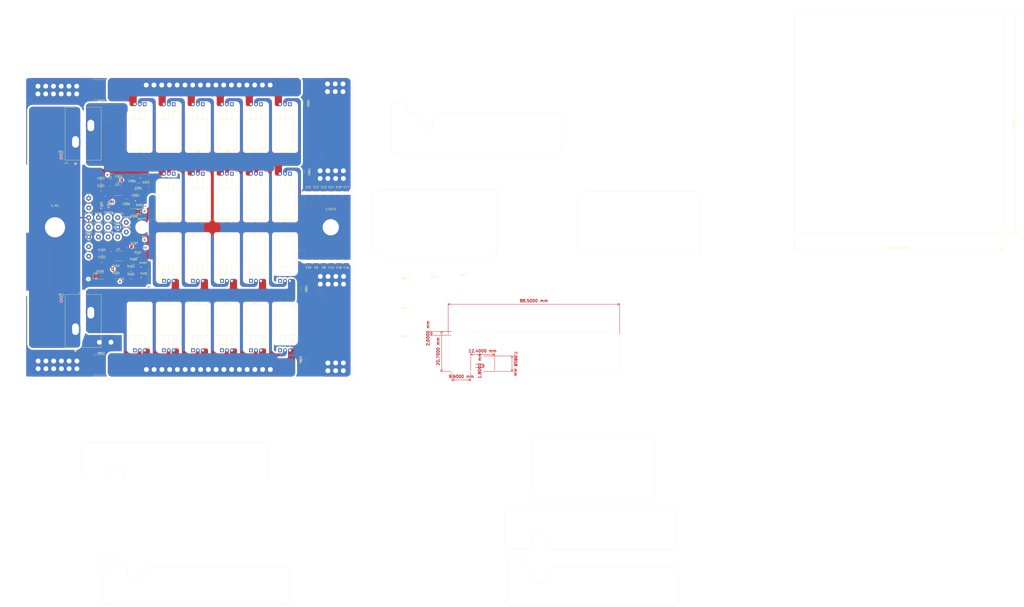
<source format=kicad_pcb>
(kicad_pcb (version 20221018) (generator pcbnew)
  (layers (0 "F.Cu" signal) (1 "In1.Cu" power) (2 "In2.Cu" signal) (31 "B.Cu" power) (34 "B.Paste" user) (35 "F.Paste" user) (36 "B.SilkS" user "B.Silkscreen") (37 "F.SilkS" user "F.Silkscreen") (38 "B.Mask" user) (39 "F.Mask" user) (44 "Edge.Cuts" user))
  (net 0 "")
  (net 1 "Vout")
  (net 2 "GND")
  (net 3 "Vin")
  (net 4 "/HO1")
  (net 5 "/LO1")
  (net 6 "/HO2")
  (net 7 "/LO2")
  (net 8 "Net-(U3-HO)")
  (net 9 "Net-(U3-LO)")
  (net 10 "/HL1")
  (net 11 "/LL1")
  (net 12 "/HL2")
  (net 13 "/LL2")
  (net 14 "/Rsense1")
  (net 15 "Net-(Q1-S)")
  (net 16 "Net-(Q10-S)")
  (net 17 "/12V")
  (net 18 "Net-(D300-K)")
  (net 19 "Net-(D400-K)")
  (net 20 "Net-(D300-A)")
  (net 21 "Net-(D400-A)")
  (net 22 "Net-(D301-K)")
  (net 23 "Net-(D302-K)")
  (net 24 "Net-(D401-K)")
  (net 25 "Net-(D402-K)")
  (net 26 "/Rsense2")
  (net 27 "Net-(U4-HO)")
  (net 28 "Net-(U4-LO)")
  (net 29 "Net-(RT1-Pad2)")
  (net 30 "Net-(RT2-Pad2)")
  (net 31 "Net-(RT3-Pad1)")
  (net 32 "Net-(RT5-Pad1)")
  (net 33 "Net-(RT4-Pad1)")
  (net 34 "Net-(RT6-Pad1)")
  (footprint "Resistor_SMD:R_1206_3216Metric_Pad1.30x1.75mm_HandSolder" (layer "F.Cu") (at 166.4 186.9 180)
    (fp_text reference "R405")
    (fp_text value "2.2")
  )
  (footprint "Resistor_SMD:R_1206_3216Metric_Pad1.30x1.75mm_HandSolder" (layer "F.Cu") (at 158.6 186.5)
    (fp_text reference "R400")
    (fp_text value "49.9")
  )
  (footprint "Resistor_SMD:R_1206_3216Metric_Pad1.30x1.75mm_HandSolder" (layer "F.Cu") (at 156.8 149.4 90)
    (fp_text reference "R300")
    (fp_text value "49.9")
  )
  (footprint "MountingHole:MountingHole_5.3mm_M5" (layer "F.Cu") (at 308.2 223.8)
    (fp_text reference "REF**")
    (fp_text value "MountingHole_5.3mm_M5")
  )
  (footprint "Capacitor_SMD:C_1206_3216Metric_Pad1.33x1.80mm_HandSolder" (layer "F.Cu") (at 151.385 178.2)
    (fp_text reference "C402")
    (fp_text value "33pF")
  )
  (footprint "TestPoint:TestPoint_THTPad_D2.5mm_Drill1.2mm" (layer "F.Cu") (at 154.6 161 90)
    (fp_text reference "TEMP4")
    (fp_text value "MountingHole_Pad")
  )
  (footprint "MountingHole:MountingHole_5.3mm_M5" (layer "F.Cu") (at 308.1 209.2)
    (fp_text reference "REF**")
    (fp_text value "MountingHole_5.3mm_M5")
  )
  (footprint "Capacitor_SMD:C_1210_3225Metric_Pad1.33x2.70mm_HandSolder" (layer "F.Cu") (at 262 178.6375 -90)
    (fp_text reference "C9")
    (fp_text value "10uF")
  )
  (footprint "Capacitor_SMD:C_1210_3225Metric_Pad1.33x2.70mm_HandSolder" (layer "F.Cu") (at 273.7 143.3375 90)
    (fp_text reference "C19")
    (fp_text value "0.1uF")
  )
  (footprint "SnapEDA Library:TO-220-3_Horizontal_TabDown edited pins" (layer "F.Cu") (at 203.5 137.3 180)
    (fp_text reference "Q2")
    (fp_text value "NMOS")
  )
  (footprint "Resistor_SMD:R_1206_3216Metric_Pad1.30x1.75mm_HandSolder" (layer "F.Cu") (at 164.1 147.2 180)
    (fp_text reference "R306")
    (fp_text value "2.2")
  )
  (footprint "SnapEDA Library:PSR500HTQFB0L10" (layer "F.Cu") (at 151 232.1 180)
    (fp_text reference "R802")
    (fp_text value "0.0001")
  )
  (footprint "TestPoint:TestPoint_THTPad_D2.5mm_Drill1.2mm" (layer "F.Cu") (at 159.6 166)
    (fp_text reference "Rsense2")
    (fp_text value "MountingHole_Pad")
  )
  (footprint "Capacitor_SMD:C_1206_3216Metric_Pad1.33x1.80mm_HandSolder" (layer "F.Cu") (at 158.6 182.7 180)
    (fp_text reference "C400")
    (fp_text value "22uF")
  )
  (footprint "TestPoint:TestPoint_THTPad_D2.5mm_Drill1.2mm" (layer "F.Cu") (at 164 158.5 90)
    (fp_text reference "TEMP3")
    (fp_text value "MountingHole_Pad")
  )
  (footprint "TestPoint:TestPoint_THTPad_D2.5mm_Drill1.2mm" (layer "F.Cu") (at 149.6 166)
    (fp_text reference "Vout1")
    (fp_text value "MountingHole_Pad")
  )
  (footprint "Resistor_SMD:R_1206_3216Metric_Pad1.30x1.75mm_HandSolder" (layer "F.Cu") (at 256.3 97 -90)
    (fp_text reference "R900")
    (fp_text value "1k")
  )
  (footprint "SnapEDA Library:TO-220-3_Horizontal_TabDown edited pins" (layer "F.Cu") (at 173.5 101.3875 180)
    (fp_text reference "Q6")
    (fp_text value "NMOS")
  )
  (footprint "SnapEDA Library:TO-220-3_Horizontal_TabDown edited pins" (layer "F.Cu") (at 203.5 101.4 180)
    (fp_text reference "Q8")
    (fp_text value "NMOS")
  )
  (footprint "TestPoint:TestPoint_THTPad_D2.5mm_Drill1.2mm" (layer "F.Cu") (at 149.6 161)
    (fp_text reference "TEMP1")
    (fp_text value "MountingHole_Pad")
  )
  (footprint "TestPoint:TestPoint_THTPad_D2.5mm_Drill1.2mm" (layer "F.Cu") (at 144.6 166)
    (fp_text reference "GND2")
    (fp_text value "MountingHole_Pad")
  )
  (footprint "TestPoint:TestPoint_THTPad_D2.5mm_Drill1.2mm" (layer "F.Cu") (at 159.6 161)
    (fp_text reference "GND3")
    (fp_text value "MountingHole_Pad")
  )
  (footprint "SnapEDA Library:TO-220-3_Horizontal_TabDown edited pins" (layer "F.Cu") (at 233.5 137.3 180)
    (fp_text reference "Q4")
    (fp_text value "NMOS")
  )
  (footprint "SnapEDA Library:MBRM130LT1G" (layer "F.Cu") (at 173.049 187.85)
    (fp_text reference "D401")
    (fp_text value "MBRM130LT1G" hide)
  )
  (footprint "Capacitor_SMD:C_1206_3216Metric_Pad1.33x1.80mm_HandSolder" (layer "F.Cu") (at 151.4 174.5)
    (fp_text reference "C403")
    (fp_text value "33pF")
  )
  (footprint "Resistor_SMD:R_1206_3216Metric_Pad1.30x1.75mm_HandSolder" (layer "F.Cu") (at 255.3 192.7 90)
    (fp_text reference "R801")
    (fp_text value "1k")
  )
  (footprint "TestPoint:TestPoint_THTPad_D2.5mm_Drill1.2mm" (layer "F.Cu") (at 144.6 156)
    (fp_text reference "V_IN2")
    (fp_text value "MountingHole_Pad")
  )
  (footprint "SnapEDA Library:TO-220-3_Horizontal_TabDown edited pins" (layer "F.Cu") (at 218.5 137.3 180)
    (fp_text reference "Q3")
    (fp_text value "NMOS")
  )
  (footprint "TestPoint:TestPoint_THTPad_D2.5mm_Drill1.2mm" (layer "F.Cu") (at 144.6 146)
    (fp_text reference "LL1")
    (fp_text value "MountingHole_Pad")
  )
  (footprint "TestPoint:TestPoint_THTPad_D2.5mm_Drill1.2mm" (layer "F.Cu") (at 164 163.5 90)
    (fp_text reference "TEMP6")
    (fp_text value "MountingHole_Pad")
  )
  (footprint "SnapEDA Library:TO-220-3_Horizontal_TabDown edited pins" (layer "F.Cu") (at 228.4 220.6)
    (fp_text reference "Q21")
    (fp_text value "NMOS")
  )
  (footprint "Resistor_SMD:R_0603_1608Metric_Pad0.98x0.95mm_HandSolder" (layer "F.Cu") (at 155.2 133.9 180)
    (fp_text reference "RT2")
    (fp_text value "36.5k")
  )
  (footprint "MountingHole:MountingHole_8.4mm_M8_Pad_TopBottom" (layer "F.Cu") (at 127.2 161)
    (fp_text reference "V_IN1")
    (fp_text value "MountingHole_Pad")
  )
  (footprint "TestPoint:TestPoint_THTPad_D2.5mm_Drill1.2mm" (layer "F.Cu") (at 154.6 166 90)
    (fp_text reference "TEMP5")
    (fp_text value "MountingHole_Pad")
  )
  (footprint "TestPoint:TestPoint_THTPad_D2.5mm_Drill1.2mm" (layer "F.Cu") (at 149.6 156)
    (fp_text reference "12V1")
    (fp_text value "MountingHole_Pad")
  )
  (footprint "Capacitor_SMD:C_1210_3225Metric_Pad1.33x2.70mm_HandSolder" (layer "F.Cu") (at 269.8 178.6375 -90)
    (fp_text reference "C15")
    (fp_text value "10uF")
  )
  (footprint "MountingHole:MountingHole_3.2mm_M3" (layer "F.Cu") (at 338.7 189.9)
    (fp_text reference "REF**")
    (fp_text value "MountingHole_3.2mm_M3")
  )
  (footprint "Resistor_SMD:R_0603_1608Metric_Pad0.98x0.95mm_HandSolder" (layer "F.Cu") (at 130.4 198.2 -90)
    (fp_text reference "RT4")
    (fp_text value "36.5k")
  )
  (footprint "SnapEDA Library:TO-220-3_Horizontal_TabDown edited pins" (layer "F.Cu") (at 233.5 101.4 180)
    (fp_text reference "Q10")
    (fp_text value "NMOS")
  )
  (footprint "Capacitor_SMD:C_1210_3225Metric_Pad1.33x2.70mm_HandSolder" (layer "F.Cu") (at 265.9 178.6375 -90)
    (fp_text reference "C8")
    (fp_text value "10uF")
  )
  (footprint "Capacitor_SMD:C_1210_3225Metric_Pad1.33x2.70mm_HandSolder" (layer "F.Cu") (at 277.6 143.3375 90)
    (fp_text reference "C17")
    (fp_text value "0.1uF")
  )
  (footprint "SnapEDA Library:TO-220-3_Horizontal_TabDown edited pins" (layer "F.Cu") (at 183.4 220.6)
    (fp_text reference "Q18")
    (fp_text value "NMOS")
  )
  (footprint "TestPoint:TestPoint_THTPad_D2.5mm_Drill1.2mm" (layer "F.Cu") (at 159.6 156)
    (fp_text reference "Rsense1")
    (fp_text value "MountingHole_Pad")
  )
  (footprint "SnapEDA Library:TO-220-3_Horizontal_TabDown edited pins" (layer "F.Cu") (at 248.5 137.3 180)
    (fp_text reference "Q5")
    (fp_text value "NMOS")
  )
  (footprint "Capacitor_SMD:C_1210_3225Metric_Pad1.33x2.70mm_HandSolder" (layer "F.Cu") (at 269.8 143.3375 90)
    (fp_text reference "C14")
    (fp_text value "10uF")
  )
  (footprint "SnapEDA Library:TO-220-3_Horizontal_TabDown edited pins" (layer "F.Cu") (at 243.4 184.7)
    (fp_text reference "Q16")
    (fp_text value "NMOS")
  )
  (footprint "MountingHole:MountingHole_3.2mm_M3" (layer "F.Cu") (at 323.4 190.9)
    (fp_text reference "REF**")
    (fp_text value "MountingHole_3.2mm_M3")
  )
  (footprint "Capacitor_SMD:C_1206_3216Metric_Pad1.33x1.80mm_HandSolder" (layer "F.Cu") (at 150.8875 137.5)
    (fp_text reference "C303")
    (fp_text value "33pF")
  )
  (footprint "MountingHole:MountingHole_3.2mm_M3" (layer "F.Cu") (at 172.1 161)
    (fp_text reference "REF**")
    (fp_text value "MountingHole_3.2mm_M3")
  )
  (footprint "SnapEDA Library:MBRM130LT1G" (layer "F.Cu") (at 172.949 182.35)
    (fp_text reference "D402")
    (fp_text value "MBRM130LT1G" hide)
  )
  (footprint "Diode_SMD:D_SMA" (layer "F.Cu") (at 150.5 186.2)
    (fp_text reference "D400")
    (fp_text value "BYG20J-E3/TR")
  )
  (footprint "TestPoint:TestPoint_THTPad_D2.5mm_Drill1.2mm" (layer "F.Cu") (at 144.6 176)
    (fp_text reference "HL2")
    (fp_text value "MountingHole_Pad")
  )
  (footprint "SnapEDA Library:MBRM130LT1G" (layer "F.Cu") (at 170.049 148.15)
    (fp_text reference "D302")
    (fp_text value "MBRM130LT1G" hide)
  )
  (footprint "Capacitor_SMD:C_1210_3225Metric_Pad1.33x2.70mm_HandSolder" (layer "F.Cu") (at 277.6 178.6375 -90)
    (fp_text reference "C16")
    (fp_text value "0.1uF")
  )
  (footprint "Capacitor_SMD:C_1210_3225Metric_Pad1.33x2.70mm_HandSolder" (layer "F.Cu") (at 258.1 143.3375 90)
    (fp_text reference "C11")
    (fp_text value "10uF")
  )
  (footprint "Resistor_SMD:R_1206_3216Metric_Pad1.30x1.75mm_HandSolder" (layer "F.Cu") (at 170.35 139.1 180)
    (fp_text reference "R301")
    (fp_text value "3.3")
  )
  (footprint "TestPoint:TestPoint_THTPad_D2.5mm_Drill1.2mm" (layer "F.Cu") (at 154.6 156 90)
    (fp_text reference "TEMP2")
    (fp_text value "MountingHole_Pad")
  )
  (footprint "SnapEDA Library:EDITED-IND_IHDM1107BBEVR47M20_VIS" (layer "F.Cu") (at 137.782452 213.645099 90)
    (fp_text reference "L2")
    (fp_text value "470nH")
  )
  (footprint "Resistor_SMD:R_1206_3216Metric_Pad1.30x1.75mm_HandSolder" (layer "F.Cu") (at 168.8 142.8 180)
    (fp_text reference "R302")
    (fp_text value "3.3")
  )
  (footprint "TestPoint:TestPoint_THTPad_D2.5mm_Drill1.2mm" (layer "F.Cu") (at 144.6 151)
    (fp_text reference "HL1")
    (fp_text value "MountingHole_Pad")
  )
  (footprint "Diode_SMD:D_SMA" (layer "F.Cu") (at 168 152.9 180)
    (fp_text reference "D300")
    (fp_text value "BYG20J-E3/TR")
  )
  (footprint "MountingHole:MountingHole_8.4mm_M8_Pad_TopBottom" (layer "F.Cu") (at 269.6 161)
    (fp_text reference "V_OUT1")
    (fp_text value "MountingHole_Pad")
  )
  (footprint "SnapEDA Library:TO-220-3_Horizontal_TabDown edited pins" (layer "F.Cu") (at 188.5 101.4 180)
    (fp_text reference "Q7")
    (fp_text value "NMOS")
  )
  (footprint "Resistor_SMD:R_1206_3216Metric_Pad1.30x1.75mm_HandSolder" (layer "F.Cu") (at 167.75 179.2 180)
    (fp_text reference "R406")
    (fp_text value "2.2")
  )
  (footprint "TestPoint:TestPoint_THTPad_D2.5mm_Drill1.2mm" (layer "F.Cu") (at 144.6 171)
    (fp_text reference "LL2")
    (fp_text value "MountingHole_Pad")
  )
  (footprint "SnapEDA Library:TO-220-3_Horizontal_TabDown edited pins" (layer "F.Cu") (at 213.4 184.7)
    (fp_text reference "Q14")
    (fp_text value "NMOS")
  )
  (footprint "SnapEDA Library:TO-220-3_Horizontal_TabDown edited pins" (layer "F.Cu") (at 213.4 220.6)
    (fp_text reference "Q20")
    (fp_text value "NMOS")
  )
  (footprint "SnapEDA Library:TO-220-3_Horizontal_TabDown edited pins" (layer "F.Cu") (at 198.4 184.7)
    (fp_text reference "Q13")
    (fp_text value "NMOS")
  )
  (footprint "SnapEDA Library:TO-220-3_Horizontal_TabDown edited pins" (layer "F.Cu") (at 248.5 101.4 180)
    (fp_text reference "Q11")
    (fp_text value "NMOS")
  )
  (footprint "Resistor_SMD:R_0603_1608Metric_Pad0.98x0.95mm_HandSolder" (layer "F.Cu") (at 173.4 153.6 -90)
    (fp_text reference "RT3")
    (fp_text value "36.5k")
  )
  (footprint "Resistor_SMD:R_0603_1608Metric_Pad0.98x0.95mm_HandSolder" (layer "F.Cu") (at 173.4 168.4 -90)
    (fp_text reference "RT6")
    (fp_text value "36.5k")
  )
  (footprint "Resistor_SMD:R_0603_1608Metric_Pad0.98x0.95mm_HandSolder" (layer "F.Cu") (at 130.382451 124.3 -90)
    (fp_text reference "RT1")
    (fp_text value "36.5k")
  )
  (footprint "Resistor_SMD:R_1206_3216Metric_Pad1.30x1.75mm_HandSolder" (layer "F.Cu") (at 255.9 229.5 90)
    (fp_text reference "R800")
    (fp_text value "1k")
  )
  (footprint "SnapEDA Library:TO-220-3_Horizontal_TabDown edited pins" (layer "F.Cu") (at 183.4 184.7)
    (fp_text reference "Q12")
    (fp_text value "NMOS")
  )
  (footprint "TestPoint:TestPoint_THTPad_D2.5mm_Drill1.2mm" (layer "F.Cu") (at 144.6 161)
    (fp_text reference "Vcap1")
    (fp_text value "MountingHole_Pad")
  )
  (footprint "SnapEDA Library:PSR500HTQFB0L10" (layer "F.Cu") (at 151 89.9 180)
    (fp_text reference "R902")
    (fp_text value "0.0001")
  )
  (footprint "Resistor_SMD:R_1206_3216Metric_Pad1.30x1.75mm_HandSolder" (layer "F.Cu") (at 170 175.7 180)
    (fp_text reference "R404")
    (fp_text value "3.3")
  )
  (footprint "Resistor_SMD:R_1206_3216Metric_Pad1.30x1.75mm_HandSolder" (layer "F.Cu") (at 167 135.4 180)
    (fp_text reference "R305")
    (fp_text value "2.2")
  )
  (footprint "Resistor_SMD:R_1206_3216Metric_Pad1.30x1.75mm_HandSolder" (layer "F.Cu") (at 166.4 182.9 180)
    (fp_text reference "R403")
    (fp_text value "3.3")
  )
  (footprint "SnapEDA Library:SOIC127P599X175-8N" (layer "F.Cu") (at 160.255 175.805)
    (fp_text reference "U4")
    (fp_text value "UCC27712DR")
  )
  (footprint "SnapEDA Library:TO-220-3_Horizontal_TabDown edited pins" (layer "F.Cu") (at 218.5 101.4 180)
    (fp_text reference "Q9")
    (fp_text value "NMOS")
  )
  (footprint "Capacitor_SMD:C_1206_3216Metric_Pad1.33x1.80mm_HandSolder" (layer "F.Cu") (at 153 149.7 90)
    (fp_text reference "C300")
    (fp_text value "22uF")
  )
  (footprint "SnapEDA Library:TO-220-3_Horizontal_TabDown edited pins" (layer "F.Cu") (at 243.4 220.6)
    (fp_text reference "Q22")
    (fp_text value "NMOS")
  )
  (footprint "Capacitor_SMD:C_1210_3225Metric_Pad1.33x2.70mm_HandSolder" (layer "F.Cu") (at 273.7 178.6375 -90)
    (fp_text reference "C18")
    (fp_text value "0.1uF")
  )
  (footprint "Capacitor_SMD:C_1210_3225Metric_Pad1.33x2.70mm_HandSolder" (layer "F.Cu") (at 265.9 143.3375 90)
    (fp_text reference "C13")
    (fp_text value "10uF")
  )
  (footprint "MountingHole:MountingHole_5.3mm_M5" (layer "F.Cu") (at 308.3 193.9)
    (fp_text reference "REF**")
    (fp_text value "MountingHole_5.3mm_M5")
  )
  (footprint "Capacitor_SMD:C_1206_3216Metric_Pad1.33x1.80mm_HandSolder" (layer "F.Cu") (at 150.8875 141.4)
    (fp_text reference "C302")
    (fp_text value "33pF")
  )
  (footprint "SnapEDA Library:TO-220-3_Horizontal_TabDown edited pins" (layer "F.Cu") (at 188.5 137.3 180)
    (fp_text reference "Q1")
    (fp_text value "NMOS")
  )
  (footprint "SnapEDA Library:MBRM130LT1G" (layer "F.Cu") (at 172.549 136.35)
    (fp_text reference "D301")
    (fp_text value "MBRM130LT1G" hide)
  )
  (footprint "Capacitor_SMD:C_1206_3216Metric_Pad1.33x1.80mm_HandSolder" (layer "F.Cu") (at 168.3 170.9)
    (fp_text reference "C401")
    (fp_text value "2.2uF")
  )
  (footprint "SnapEDA Library:TO-220-3_Horizontal_TabDown edited pins" (layer "F.Cu") (at 198.4 220.6)
    (fp_text reference "Q19")
    (fp_text value "NMOS")
  )
  (footprint "SnapEDA Library:TO-220-3_Horizontal_TabDown edited pins" (layer "F.Cu") (at 228.4 184.7)
    (fp_text reference "Q15")
    (fp_text value "NMOS")
  )
  (footprint "Capacitor_SMD:C_1206_3216Metric_Pad1.33x1.80mm_HandSolder" (layer "F.Cu") (at 160.1 136.6 180)
    (fp_text reference "C301")
    (fp_text value "2.2uF")
  )
  (footprint "SnapEDA Library:TO-220-3_Horizontal_TabDown edited pins" (layer "F.Cu") (at 168.4 220.6)
    (fp_text reference "Q17")
    (fp_text value "NMOS")
  )
  (footprint "SnapEDA Library:SOIC127P599X175-8N" (layer "F.Cu") (at 159.755 142)
    (fp_text reference "U3")
    (fp_text value "UCC27712DR")
  )
  (footprint "Capacitor_SMD:C_1210_3225Metric_Pad1.33x2.70mm_HandSolder" (layer "F.Cu") (at 262 143.3375 90)
    (fp_text reference "C12")
    (fp_text value "10uF")
  )
  (footprint "SnapEDA Library:EDITED-IND_IHDM1107BBEVR47M20_VIS" (layer "F.Cu") (at 137.782452 116.899998 90)
    (fp_text reference "L1")
    (fp_text value "470nH")
  )
  (footprint "Capacitor_SMD:C_1210_3225Metric_Pad1.33x2.70mm_HandSolder" (layer "F.Cu") (at 258.1 178.6375 -90)
    (fp_text reference "C10")
    (fp_text value "10uF")
  )
  (footprint "Resistor_SMD:R_1206_3216Metric_Pad1.30x1.75mm_HandSolder" (layer "F.Cu") (at 256.8 132.3 -90)
    (fp_text reference "R901")
    (fp_text value "1k")
  )
  (footprint "Resistor_SMD:R_0603_1608Metric_Pad0.98x0.95mm_HandSolder" (layer "F.Cu") (at 161.6 189.1)
    (fp_text reference "RT5")
    (fp_text value "36.5k")
  )
  (gr_line (start 616.7 50) (end 508.7 50) (stroke (width 0.1)) (layer "F.SilkS"))
  (gr_line (start 508.7 50) (end 508.7 164.3) (stroke (width 0.1)) (layer "F.SilkS"))
  (gr_line (start 616.7 164.3) (end 508.7 164.3) (stroke (width 0.1)) (layer "F.SilkS"))
  (gr_line (start 616.7 50) (end 616.7 164.3) (stroke (width 0.1)) (layer "F.SilkS"))
  (gr_arc (start 300.7 98.7) (mid 301.285786 97.285786) (end 302.7 96.7) (stroke (width 0.05)) (layer "Edge.Cuts"))
  (gr_arc (start 252.2 219.6) (mid 251.614214 221.014214) (end 250.2 221.6) (stroke (width 0.05)) (layer "Edge.Cuts"))
  (gr_line (start 192.2 138.3) (end 192.2 157) (stroke (width 0.05)) (layer "Edge.Cuts"))
  (gr_line (start 239.7 138.3) (end 239.7 157) (stroke (width 0.05)) (layer "Edge.Cuts"))
  (gr_arc (start 246.25 336.771147) (mid 247.628844 337.342291) (end 248.2 338.721147) (stroke (width 0.05)) (layer "Edge.Cuts"))
  (gr_arc (start 239.7 200.9) (mid 239.992893 200.192893) (end 240.7 199.9) (stroke (width 0.05)) (layer "Edge.Cuts"))
  (gr_arc (start 224.7 200.9) (mid 224.992893 200.192893) (end 225.7 199.9) (stroke (width 0.05)) (layer "Edge.Cuts"))
  (gr_line (start 194.7 183.7) (end 194.7 165) (stroke (width 0.05)) (layer "Edge.Cuts"))
  (gr_arc (start 205.2 136.3) (mid 206.614214 136.885786) (end 207.2 138.3) (stroke (width 0.05)) (layer "Edge.Cuts"))
  (gr_arc (start 239.7 138.3) (mid 240.285786 136.885786) (end 241.7 136.3) (stroke (width 0.05)) (layer "Edge.Cuts"))
  (gr_line (start 281.8 238.1) (end 281.8 172.7) (stroke (width 0.05)) (layer "Edge.Cuts"))
  (gr_poly (pts (xy 445.8 306.9) (xy 447 307.3) (xy 447.7 308.6) (xy 447.7 325.5) (xy 447.3 326.6) (xy 446 327.3) (xy 383.5 327.3) (xy 382.1 326.8) (xy 381.4 325.5) (xy 381.4 322.4) (xy 380.4 320.4) (xy 378.7 319.4) (xy 376.8 319.2) (xy 375.2 319.6) (xy 373.8 320.7) (xy 372.8 322.4) (xy 372.6 326) (xy 371.2 327.2) (xy 361.2 327.2) (xy 359.8 326.6) (xy 359.4 325.5) (xy 359.4 308.8) (xy 359.8 307.6) (xy 361 306.9)) (stroke (width 0.05)) (fill none) (layer "Edge.Cuts"))
  (gr_line (start 279.8 81.9) (end 113.8 81.9) (stroke (width 0.05)) (layer "Edge.Cuts"))
  (gr_line (start 236.2 122.1) (end 225.7 122.1) (stroke (width 0.05)) (layer "Edge.Cuts"))
  (gr_line (start 355.8 143.4) (end 355.8 146.9) (stroke (width 0.05)) (layer "Edge.Cuts"))
  (gr_line (start 179.7 102.4) (end 179.7 121.1) (stroke (width 0.05)) (layer "Edge.Cuts"))
  (gr_line (start 294.576132 174.81404) (end 293.6 174.8) (stroke (width 0.05)) (layer "Edge.Cuts"))
  (gr_line (start 211.7 221.6) (end 220.2 221.6) (stroke (width 0.05)) (layer "Edge.Cuts"))
  (gr_arc (start 111.8 83.9) (mid 112.385786 82.485786) (end 113.8 81.9) (stroke (width 0.05)) (layer "Edge.Cuts"))
  (gr_line (start 196.7 185.7) (end 205.2 185.7) (stroke (width 0.05)) (layer "Edge.Cuts"))
  (gr_line (start 355.8 170.3) (end 355.8 173.8) (stroke (width 0.05)) (layer "Edge.Cuts"))
  (gr_arc (start 235.349995 272.3) (mid 236.728857 272.87114) (end 237.299995 274.25) (stroke (width 0.05)) (layer "Edge.Cuts"))
  (gr_line (start 225.7 164) (end 236.2 164) (stroke (width 0.05)) (layer "Edge.Cuts"))
  (gr_arc (start 192.2 219.6) (mid 191.614214 221.014214) (end 190.2 221.6) (stroke (width 0.05)) (layer "Edge.Cuts"))
  (gr_arc (start 248.2 354.121141) (mid 247.628844 355.499972) (end 246.25 356.071141) (stroke (width 0.05)) (layer "Edge.Cuts"))
  (gr_arc (start 226.7 185.7) (mid 225.285786 185.114214) (end 224.7 183.7) (stroke (width 0.05)) (layer "Edge.Cuts"))
  (gr_line (start 207.2 138.3) (end 207.2 157) (stroke (width 0.05)) (layer "Edge.Cuts"))
  (gr_line (start 235.2 100.4) (end 226.7 100.4) (stroke (width 0.05)) (layer "Edge.Cuts"))
  (gr_arc (start 355.8 173.8) (mid 355.214214 175.214214) (end 353.8 175.8) (stroke (width 0.05)) (layer "Edge.Cuts"))
  (gr_arc (start 160.521141 336.771144) (mid 159.106908 336.185377) (end 158.521141 334.771144) (stroke (width 0.05)) (layer "Edge.Cuts"))
  (gr_line (start 177.2 219.6) (end 177.2 200.9) (stroke (width 0.05)) (layer "Edge.Cuts"))
  (gr_arc (start 312.3 102.1) (mid 313.714214 102.685786) (end 314.3 104.1) (stroke (width 0.05)) (layer "Edge.Cuts"))
  (gr_arc (start 179.7 138.3) (mid 180.285786 136.885786) (end 181.7 136.3) (stroke (width 0.05)) (layer "Edge.Cuts"))
  (gr_arc (start 458.079342 142.4) (mid 459.493528 142.985801) (end 460.079342 144.4) (stroke (width 0.05)) (layer "Edge.Cuts"))
  (gr_arc (start 209.7 165) (mid 209.992893 164.292893) (end 210.7 164) (stroke (width 0.05)) (layer "Edge.Cuts"))
  (gr_line (start 177.2 102.3875) (end 177.2 121.0875) (stroke (width 0.05)) (layer "Edge.Cuts"))
  (gr_arc (start 460.079342 173.6) (mid 459.493558 175.014228) (end 458.079342 175.6) (stroke (width 0.05)) (layer "Edge.Cuts"))
  (gr_arc (start 151.750001 332.371145) (mid 152.042894 331.664038) (end 152.750001 331.371145) (stroke (width 0.05)) (layer "Edge.Cuts"))
  (gr_line (start 211.7 185.7) (end 220.2 185.7) (stroke (width 0.05)) (layer "Edge.Cuts"))
  (gr_line (start 165.7 199.9) (end 176.2 199.9) (stroke (width 0.05)) (layer "Edge.Cuts"))
  (gr_arc (start 237.2 219.6) (mid 236.614214 221.014214) (end 235.2 221.6) (stroke (width 0.05)) (layer "Edge.Cuts"))
  (gr_line (start 355.8 170.3) (end 355.8 146.9) (stroke (width 0.05)) (layer "Edge.Cuts"))
  (gr_arc (start 162.85 336.771144) (mid 164.228859 337.342285) (end 164.8 338.721144) (stroke (width 0.05)) (layer "Edge.Cuts"))
  (gr_line (start 205.2 100.4) (end 196.7 100.4) (stroke (width 0.05)) (layer "Edge.Cuts"))
  (gr_arc (start 155.35 334.071144) (mid 156.057107 334.364037) (end 156.35 335.071144) (stroke (width 0.05)) (layer "Edge.Cuts"))
  (gr_line (start 281.8 149.3) (end 281.8 172.7) (stroke (width 0.05)) (layer "Edge.Cuts"))
  (gr_arc (start 416.685786 214.814214) (mid 418.1 215.4) (end 418.685786 216.814214) (stroke (width 0.05)) (layer "Edge.Cuts"))
  (gr_arc (start 209.7 138.3) (mid 210.285786 136.885786) (end 211.7 136.3) (stroke (width 0.05)) (layer "Edge.Cuts"))
  (gr_line (start 207.2 219.6) (end 207.2 200.9) (stroke (width 0.05)) (layer "Edge.Cuts"))
  (gr_line (start 164.7 219.6) (end 164.7 200.9) (stroke (width 0.05)) (layer "Edge.Cuts"))
  (gr_arc (start 237.2 157) (mid 236.907107 157.707107) (end 236.2 158) (stroke (width 0.05)) (layer "Edge.Cuts"))
  (gr_arc (start 173.1 338.721144) (mid 173.671141 337.342285) (end 175.05 336.771144) (stroke (width 0.05)) (layer "Edge.Cuts"))
  (gr_line (start 252.2 138.3) (end 252.2 157) (stroke (width 0.05)) (layer "Edge.Cuts"))
  (gr_arc (start 400.250897 143.043604) (mid 400.918409 142.567957) (end 401.720657 142.4) (stroke (width 0.05)) (layer "Edge.Cuts"))
  (gr_arc (start 252.2 121.1) (mid 251.907107 121.807107) (end 251.2 122.1) (stroke (width 0.05)) (layer "Edge.Cuts"))
  (gr_line (start 310.7 102.1) (end 312.3 102.1) (stroke (width 0.05)) (layer "Edge.Cuts"))
  (gr_line (start 251.2 158) (end 240.7 158) (stroke (width 0.05)) (layer "Edge.Cuts"))
  (gr_line (start 206.2 122.1) (end 195.7 122.1) (stroke (width 0.05)) (layer "Edge.Cuts"))
  (gr_arc (start 224.7 138.3) (mid 225.285786 136.885786) (end 226.7 136.3) (stroke (width 0.05)) (layer "Edge.Cuts"))
  (gr_arc (start 153.750003 356.071141) (mid 152.371144 355.5) (end 151.800003 354.121141) (stroke (width 0.05)) (layer "Edge.Cuts"))
  (gr_line (start 166.7 221.6) (end 175.2 221.6) (stroke (width 0.05)) (layer "Edge.Cuts"))
  (gr_arc (start 142.849998 291.599997) (mid 141.471143 291.028854) (end 140.899998 289.649997) (stroke (width 0.05)) (layer "Edge.Cuts"))
  (gr_line (start 190.2 100.4) (end 181.7 100.4) (stroke (width 0.05)) (layer "Edge.Cuts"))
  (gr_line (start 458.079342 142.4) (end 401.720657 142.4) (stroke (width 0.05)) (layer "Edge.Cuts"))
  (gr_line (start 237.2 138.3) (end 237.2 157) (stroke (width 0.05)) (layer "Edge.Cuts"))
  (gr_line (start 300.7 120.8) (end 300.7 98.7) (stroke (width 0.05)) (layer "Edge.Cuts"))
  (gr_arc (start 194.7 200.9) (mid 194.992893 200.192893) (end 195.7 199.9) (stroke (width 0.05)) (layer "Edge.Cuts"))
  (gr_arc (start 387.2 102.1) (mid 388.614214 102.685786) (end 389.2 104.1) (stroke (width 0.05)) (layer "Edge.Cuts"))
  (gr_arc (start 191.2 164) (mid 191.907107 164.292893) (end 192.2 165) (stroke (width 0.05)) (layer "Edge.Cuts"))
  (gr_line (start 151.8 341.471144) (end 151.800003 354.121141) (stroke (width 0.05)) (layer "Edge.Cuts"))
  (gr_arc (start 176.2 199.9) (mid 176.907107 200.192893) (end 177.2 200.9) (stroke (width 0.05)) (layer "Edge.Cuts"))
  (gr_arc (start 241.7 185.7) (mid 240.285786 185.114214) (end 239.7 183.7) (stroke (width 0.05)) (layer "Edge.Cuts"))
  (gr_poly (pts (xy 436.9 269.6) (xy 436.9 299.9) (xy 436.5 301) (xy 435.1 301.7) (xy 377.5 301.7) (xy 376.6 301.4) (xy 376 300.6) (xy 373.9 300.4) (xy 373.2 299.2) (xy 373.2 270.5) (xy 373.7 269.3) (xy 375.8 268.7) (xy 376.6 268) (xy 377.5 267.7) (xy 435.1 267.8) (xy 436.4 268.3)) (stroke (width 0.05)) (fill none) (layer "Edge.Cuts"))
  (gr_arc (start 237.2 121.1) (mid 236.907107 121.807107) (end 236.2 122.1) (stroke (width 0.05)) (layer "Edge.Cuts"))
  (gr_line (start 209.7 219.6) (end 209.7 200.9) (stroke (width 0.05)) (layer "Edge.Cuts"))
  (gr_line (start 156.571141 331.400003) (end 152.750001 331.371145) (stroke (width 0.05)) (layer "Edge.Cuts"))
  (gr_line (start 205.2 136.3) (end 196.7 136.3) (stroke (width 0.05)) (layer "Edge.Cuts"))
  (gr_line (start 164.15 291.599997) (end 235.349995 291.599994) (stroke (width 0.05)) (layer "Edge.Cuts"))
  (gr_line (start 239.7 102.4) (end 239.7 121.1) (stroke (width 0.05)) (layer "Edge.Cuts"))
  (gr_arc (start 330.185786 216.814214) (mid 330.771572 215.4) (end 332.185786 214.814214) (stroke (width 0.05)) (layer "Edge.Cuts"))
  (gr_line (start 162.85 336.771144) (end 160.521141 336.771144) (stroke (width 0.05)) (layer "Edge.Cuts"))
  (gr_line (start 222.2 219.6) (end 222.2 200.9) (stroke (width 0.05)) (layer "Edge.Cuts"))
  (gr_arc (start 194.7 102.4) (mid 195.285786 100.985786) (end 196.7 100.4) (stroke (width 0.05)) (layer "Edge.Cuts"))
  (gr_line (start 308.7 98.7) (end 308.7 100.1) (stroke (width 0.05)) (layer "Edge.Cuts"))
  (gr_line (start 237.2 102.4) (end 237.2 121.1) (stroke (width 0.05)) (layer "Edge.Cuts"))
  (gr_line (start 418.685786 216.814214) (end 418.685786 233.514214) (stroke (width 0.05)) (layer "Edge.Cuts"))
  (gr_line (start 209.7 138.3) (end 209.7 157) (stroke (width 0.05)) (layer "Edge.Cuts"))
  (gr_line (start 221.2 158) (end 210.7 158) (stroke (width 0.05)) (layer "Edge.Cuts"))
  (gr_arc (start 401.720657 175.5959) (mid 400.918405 175.427952) (end 400.250897 174.952296) (stroke (width 0.05)) (layer "Edge.Cuts"))
  (gr_arc (start 220.2 100.4) (mid 221.614214 100.985786) (end 222.2 102.4) (stroke (width 0.05)) (layer "Edge.Cuts"))
  (gr_line (start 252.2 219.6) (end 252.2 200.9) (stroke (width 0.05)) (layer "Edge.Cuts"))
  (gr_line (start 241.7 221.6) (end 250.2 221.6) (stroke (width 0.05)) (layer "Edge.Cuts"))
  (gr_line (start 151.95 291.599997) (end 142.849998 291.599997) (stroke (width 0.05)) (layer "Edge.Cuts"))
  (gr_line (start 324.7 102.1) (end 387.2 102.1) (stroke (width 0.05)) (layer "Edge.Cuts"))
  (gr_line (start 195.7 199.9) (end 206.2 199.9) (stroke (width 0.05)) (layer "Edge.Cuts"))
  (gr_line (start 225.7 199.9) (end 236.2 199.9) (stroke (width 0.05)) (layer "Edge.Cuts"))
  (gr_line (start 222.2 102.4) (end 222.2 121.1) (stroke (width 0.05)) (layer "Edge.Cuts"))
  (gr_line (start 113.8 240.1) (end 279.8 240.1) (stroke (width 0.05)) (layer "Edge.Cuts"))
  (gr_line (start 281.8 83.9) (end 281.8 149.3) (stroke (width 0.05)) (layer "Edge.Cuts"))
  (gr_line (start 158.521141 333.350003) (end 158.521141 334.771144) (stroke (width 0.05)) (layer "Edge.Cuts"))
  (gr_arc (start 192.2 183.7) (mid 191.614214 185.114214) (end 190.2 185.7) (stroke (width 0.05)) (layer "Edge.Cuts"))
  (gr_line (start 389.2 104.1) (end 389.2 120.8) (stroke (width 0.05)) (layer "Edge.Cuts"))
  (gr_arc (start 179.7 165) (mid 179.992893 164.292893) (end 180.7 164) (stroke (width 0.05)) (layer "Edge.Cuts"))
  (gr_arc (start 237.299995 289.649994) (mid 236.728855 291.028854) (end 235.349995 291.599994) (stroke (width 0.05)) (layer "Edge.Cuts"))
  (gr_arc (start 240.7 122.1) (mid 239.992893 121.807107) (end 239.7 121.1) (stroke (width 0.05)) (layer "Edge.Cuts"))
  (gr_arc (start 250.2 100.4) (mid 251.614214 100.985786) (end 252.2 102.4) (stroke (width 0.05)) (layer "Edge.Cuts"))
  (gr_arc (start 165.7 122.0875) (mid 164.992893 121.794607) (end 164.7 121.0875) (stroke (width 0.05)) (layer "Edge.Cuts"))
  (gr_arc (start 177.2 219.6) (mid 176.614214 221.014214) (end 175.2 221.6) (stroke (width 0.05)) (layer "Edge.Cuts"))
  (gr_line (start 237.299995 274.25) (end 237.299995 289.649994) (stroke (width 0.05)) (layer "Edge.Cuts"))
  (gr_line (start 248.2 354.121141) (end 248.2 338.721147) (stroke (width 0.05)) (layer "Edge.Cuts"))
  (gr_arc (start 151.8 341.471144) (mid 152.092893 340.764037) (end 152.8 340.471144) (stroke (width 0.05)) (layer "Edge.Cuts"))
  (gr_line (start 220.2 136.3) (end 211.7 136.3) (stroke (width 0.05)) (layer "Edge.Cuts"))
  (gr_line (start 343.785786 233.514214) (end 343.785786 231.714214) (stroke (width 0.05)) (layer "Edge.Cuts"))
  (gr_arc (start 332.185786 235.514214) (mid 330.771572 234.928428) (end 330.185786 233.514214) (stroke (width 0.05)) (layer "Edge.Cuts"))
  (gr_line (start 176.2 122.0875) (end 165.7 122.0875) (stroke (width 0.05)) (layer "Edge.Cuts"))
  (gr_line (start 397.10321 172.585959) (end 397.10321 145.414041) (stroke (width 0.05)) (layer "Edge.Cuts"))
  (gr_arc (start 153.9 288.499997) (mid 158.05 284.349997) (end 162.2 288.499997) (stroke (width 0.05)) (layer "Edge.Cuts"))
  (gr_line (start 294.576132 142.38596) (end 293.6 142.4) (stroke (width 0.05)) (layer "Edge.Cuts"))
  (gr_arc (start 343.785786 233.514214) (mid 343.2 234.928428) (end 341.785786 235.514214) (stroke (width 0.05)) (layer "Edge.Cuts"))
  (gr_arc (start 291.6 144.4) (mid 292.185786 142.985786) (end 293.6 142.4) (stroke (width 0.05)) (layer "Edge.Cuts"))
  (gr_line (start 155.35 340.464037) (end 152.8 340.471144) (stroke (width 0.05)) (layer "Edge.Cuts"))
  (gr_line (start 352.185786 233.514214) (end 352.185786 231.714214) (stroke (width 0.05)) (layer "Edge.Cuts"))
  (gr_arc (start 196.7 221.6) (mid 195.285786 221.014214) (end 194.7 219.6) (stroke (width 0.05)) (layer "Edge.Cuts"))
  (gr_arc (start 164.7 102.3875) (mid 165.285786 100.973286) (end 166.7 100.3875) (stroke (width 0.05)) (layer "Edge.Cuts"))
  (gr_line (start 240.7 164) (end 251.2 164) (stroke (width 0.05)) (layer "Edge.Cuts"))
  (gr_line (start 140.899998 289.649997) (end 140.900001 274.25) (stroke (width 0.05)) (layer "Edge.Cuts"))
  (gr_arc (start 207.2 157) (mid 206.907107 157.707107) (end 206.2 158) (stroke (width 0.05)) (layer "Edge.Cuts"))
  (gr_line (start 246.25 336.771147) (end 175.05 336.771144) (stroke (width 0.05)) (layer "Edge.Cuts"))
  (gr_arc (start 281.8 238.1) (mid 281.214214 239.514214) (end 279.8 240.1) (stroke (width 0.05)) (layer "Edge.Cuts"))
  (gr_arc (start 177.2 121.0875) (mid 176.907107 121.794607) (end 176.2 122.0875) (stroke (width 0.05)) (layer "Edge.Cuts"))
  (gr_arc (start 210.7 158) (mid 209.992893 157.707107) (end 209.7 157) (stroke (width 0.05)) (layer "Edge.Cuts"))
  (gr_arc (start 251.2 199.9) (mid 251.907107 200.192893) (end 252.2 200.9) (stroke (width 0.05)) (layer "Edge.Cuts"))
  (gr_arc (start 399.591276 174.592979) (mid 399.965434 174.691227) (end 400.250897 174.952296) (stroke (width 0.05)) (layer "Edge.Cuts"))
  (gr_line (start 195.7 164) (end 206.2 164) (stroke (width 0.05)) (layer "Edge.Cuts"))
  (gr_line (start 235.2 136.3) (end 226.7 136.3) (stroke (width 0.05)) (layer "Edge.Cuts"))
  (gr_arc (start 222.2 183.7) (mid 221.614214 185.114214) (end 220.2 185.7) (stroke (width 0.05)) (layer "Edge.Cuts"))
  (gr_line (start 164.8 338.721144) (end 164.8 339.871144) (stroke (width 0.05)) (layer "Edge.Cuts"))
  (gr_line (start 194.7 138.3) (end 194.7 157) (stroke (width 0.05)) (layer "Edge.Cuts"))
  (gr_line (start 179.7 138.3) (end 179.7 157) (stroke (width 0.05)) (layer "Edge.Cuts"))
  (gr_line (start 196.7 221.6) (end 205.2 221.6) (stroke (width 0.05)) (layer "Edge.Cuts"))
  (gr_arc (start 206.2 199.9) (mid 206.907107 200.192893) (end 207.2 200.9) (stroke (width 0.05)) (layer "Edge.Cuts"))
  (gr_arc (start 194.7 165) (mid 194.992893 164.292893) (end 195.7 164) (stroke (width 0.05)) (layer "Edge.Cuts"))
  (gr_line (start 162.2 289.649997) (end 162.2 288.499997) (stroke (width 0.05)) (layer "Edge.Cuts"))
  (gr_line (start 153.9 289.649997) (end 153.9 288.499997) (stroke (width 0.05)) (layer "Edge.Cuts"))
  (gr_line (start 222.2 138.3) (end 222.2 157) (stroke (width 0.05)) (layer "Edge.Cuts"))
  (gr_line (start 194.7 219.6) (end 194.7 200.9) (stroke (width 0.05)) (layer "Edge.Cuts"))
  (gr_line (start 222.2 183.7) (end 222.2 165) (stroke (width 0.05)) (layer "Edge.Cuts"))
  (gr_arc (start 179.7 200.9) (mid 179.992893 200.192893) (end 180.7 199.9) (stroke (width 0.05)) (layer "Edge.Cuts"))
  (gr_line (start 237.2 183.7) (end 237.2 165) (stroke (width 0.05)) (layer "Edge.Cuts"))
  (gr_line (start 296.3 141.4) (end 353.8 141.4) (stroke (width 0.05)) (layer "Edge.Cuts"))
  (gr_arc (start 140.900001 274.25) (mid 141.471143 272.871142) (end 142.850001 272.3) (stroke (width 0.05)) (layer "Edge.Cuts"))
  (gr_line (start 251.2 122.1) (end 240.7 122.1) (stroke (width 0.05)) (layer "Edge.Cuts"))
  (gr_line (start 164.7 102.3875) (end 164.7 121.0875) (stroke (width 0.05)) (layer "Edge.Cuts"))
  (gr_arc (start 302.7 122.8) (mid 301.285786 122.214214) (end 300.7 120.8) (stroke (width 0.05)) (layer "Edge.Cuts"))
  (gr_line (start 191.2 158) (end 180.7 158) (stroke (width 0.05)) (layer "Edge.Cuts"))
  (gr_arc (start 205.2 100.4) (mid 206.614214 100.985786) (end 207.2 102.4) (stroke (width 0.05)) (layer "Edge.Cuts"))
  (gr_line (start 220.2 100.4) (end 211.7 100.4) (stroke (width 0.05)) (layer "Edge.Cuts"))
  (gr_line (start 192.2 219.6) (end 192.2 200.9) (stroke (width 0.05)) (layer "Edge.Cuts"))
  (gr_arc (start 306.7 96.7) (mid 308.114214 97.285786) (end 308.7 98.7) (stroke (width 0.05)) (layer "Edge.Cuts"))
  (gr_arc (start 180.7 122.1) (mid 179.992893 121.807107) (end 179.7 121.1) (stroke (width 0.05)) (layer "Edge.Cuts"))
  (gr_line (start 179.7 183.7) (end 179.7 165) (stroke (width 0.05)) (layer "Edge.Cuts"))
  (gr_line (start 206.2 158) (end 195.7 158) (stroke (width 0.05)) (layer "Edge.Cuts"))
  (gr_arc (start 236.2 164) (mid 236.907107 164.292893) (end 237.2 165) (stroke (width 0.05)) (layer "Edge.Cuts"))
  (gr_line (start 353.8 175.8) (end 296.3 175.8) (stroke (width 0.05)) (layer "Edge.Cuts"))
  (gr_line (start 399.591276 143.402921) (end 399.10321 143.414041) (stroke (width 0.05)) (layer "Edge.Cuts"))
  (gr_arc (start 191.2 199.9) (mid 191.907107 200.192893) (end 192.2 200.9) (stroke (width 0.05)) (layer "Edge.Cuts"))
  (gr_arc (start 397.10321 145.414041) (mid 397.688969 143.9998) (end 399.10321 143.414041) (stroke (width 0.05)) (layer "Edge.Cuts"))
  (gr_line (start 330.185786 233.514214) (end 330.185786 216.814214) (stroke (width 0.05)) (layer "Edge.Cuts"))
  (gr_line (start 209.7 183.7) (end 209.7 165) (stroke (width 0.05)) (layer "Edge.Cuts"))
  (gr_arc (start 226.7 221.6) (mid 225.285786 221.014214) (end 224.7 219.6) (stroke (width 0.05)) (layer "Edge.Cuts"))
  (gr_line (start 387.2 122.8) (end 302.7 122.8) (stroke (width 0.05)) (layer "Edge.Cuts"))
  (gr_arc (start 241.7 221.6) (mid 240.285786 221.014214) (end 239.7 219.6) (stroke (width 0.05)) (layer "Edge.Cuts"))
  (gr_arc (start 210.7 122.1) (mid 209.992893 121.807107) (end 209.7 121.1) (stroke (width 0.05)) (layer "Edge.Cuts"))
  (gr_line (start 235.349995 272.3) (end 142.850001 272.3) (stroke (width 0.05)) (layer "Edge.Cuts"))
  (gr_arc (start 389.2 120.8) (mid 388.614214 122.214214) (end 387.2 122.8) (stroke (width 0.05)) (layer "Edge.Cuts"))
  (gr_arc (start 211.7 185.7) (mid 210.285786 185.114214) (end 209.7 183.7) (stroke (width 0.05)) (layer "Edge.Cuts"))
  (gr_line (start 241.7 185.7) (end 250.2 185.7) (stroke (width 0.05)) (layer "Edge.Cuts"))
  (gr_line (start 250.2 136.3) (end 241.7 136.3) (stroke (width 0.05)) (layer "Edge.Cuts"))
  (gr_line (start 151.75 333.071144) (end 151.750001 332.371145) (stroke (width 0.05)) (layer "Edge.Cuts"))
  (gr_line (start 239.8 177.7) (end 239.8 177.7) (stroke (width 0.05)) (layer "Edge.Cuts"))
  (gr_line (start 224.7 138.3) (end 224.7 157) (stroke (width 0.05)) (layer "Edge.Cuts"))
  (gr_line (start 175.2 100.3875) (end 166.7 100.3875) (stroke (width 0.05)) (layer "Edge.Cuts"))
  (gr_line (start 291.6 172.8) (end 291.6 144.4) (stroke (width 0.05)) (layer "Edge.Cuts"))
  (gr_arc (start 152.75 334.071144) (mid 152.042894 333.77825) (end 151.75 333.071144) (stroke (width 0.05)) (layer "Edge.Cuts"))
  (gr_line (start 111.8 83.9) (end 111.8 238.1) (stroke (width 0.05)) (layer "Edge.Cuts"))
  (gr_line (start 224.7 102.4) (end 224.7 121.1) (stroke (width 0.05)) (layer "Edge.Cuts"))
  (gr_line (start 191.2 122.1) (end 180.7 122.1) (stroke (width 0.05)) (layer "Edge.Cuts"))
  (gr_poly (pts (xy 447 357.2) (xy 448.2 356.8) (xy 448.9 355.5) (xy 448.9 338.6) (xy 448.5 337.5) (xy 447.2 336.8) (xy 384.7 336.8) (xy 383.3 337.3) (xy 382.6 338.6) (xy 382.6 341.7) (xy 381.6 343.7) (xy 379.9 344.7) (xy 378 344.9) (xy 376.4 344.5) (xy 375 343.4) (xy 374 341.7) (xy 373.8 338.1) (xy 372.4 336.9) (xy 370.1 336.9) (xy 368.8 336.2) (xy 368.4 335) (xy 368.4 333.3) (xy 367.9 332.1) (xy 366.6 331.4) (xy 362.3 331.4) (xy 361.2 331.9) (xy 360.6 333.3) (xy 360.6 338.6) (xy 360.6 355.3) (xy 361 356.5) (xy 362.2 357.2)) (stroke (width 0.05)) (fill none) (layer "Edge.Cuts"))
  (gr_arc (start 113.8 240.1) (mid 112.385786 239.514214) (end 111.8 238.1) (stroke (width 0.05)) (layer "Edge.Cuts"))
  (gr_arc (start 166.7 221.6) (mid 165.285786 221.014214) (end 164.7 219.6) (stroke (width 0.05)) (layer "Edge.Cuts"))
  (gr_arc (start 240.7 158) (mid 239.992893 157.707107) (end 239.7 157) (stroke (width 0.05)) (layer "Edge.Cuts"))
  (gr_arc (start 353.8 141.4) (mid 355.214214 141.985786) (end 355.8 143.4) (stroke (width 0.05)) (layer "Edge.Cuts"))
  (gr_line (start 341.785786 235.514214) (end 332.185786 235.514214) (stroke (width 0.05)) (layer "Edge.Cuts"))
  (gr_arc (start 235.2 100.4) (mid 236.614214 100.985786) (end 237.2 102.4) (stroke (width 0.05)) (layer "Edge.Cuts"))
  (gr_arc (start 192.2 121.1) (mid 191.907107 121.807107) (end 191.2 122.1) (stroke (width 0.05)) (layer "Edge.Cuts"))
  (gr_arc (start 237.2 183.7) (mid 236.614214 185.114214) (end 235.2 185.7) (stroke (width 0.05)) (layer "Edge.Cuts"))
  (gr_line (start 173.1 338.721144) (end 173.1 339.871144) (stroke (width 0.05)) (layer "Edge.Cuts"))
  (gr_line (start 192.2 183.7) (end 192.2 165) (stroke (width 0.05)) (layer "Edge.Cuts"))
  (gr_arc (start 181.7 185.7) (mid 180.285786 185.114214) (end 179.7 183.7) (stroke (width 0.05)) (layer "Edge.Cuts"))
  (gr_arc (start 354.185786 235.514214) (mid 352.771572 234.928428) (end 352.185786 233.514214) (stroke (width 0.05)) (layer "Edge.Cuts"))
  (gr_line (start 207.2 102.4) (end 207.2 121.1) (stroke (width 0.05)) (layer "Edge.Cuts"))
  (gr_line (start 224.7 183.7) (end 224.7 165) (stroke (width 0.05)) (layer "Edge.Cuts"))
  (gr_arc (start 207.2 219.6) (mid 206.614214 221.014214) (end 205.2 221.6) (stroke (width 0.05)) (layer "Edge.Cuts"))
  (gr_arc (start 310.7 102.1) (mid 309.285786 101.514214) (end 308.7 100.1) (stroke (width 0.05)) (layer "Edge.Cuts"))
  (gr_line (start 252.2 102.4) (end 252.2 121.1) (stroke (width 0.05)) (layer "Edge.Cuts"))
  (gr_arc (start 164.15 291.599997) (mid 162.771145 291.028854) (end 162.2 289.649997) (stroke (width 0.05)) (layer "Edge.Cuts"))
  (gr_arc (start 179.7 102.4) (mid 180.285786 100.985786) (end 181.7 100.4) (stroke (width 0.05)) (layer "Edge.Cuts"))
  (gr_arc (start 196.7 185.7) (mid 195.285786 185.114214) (end 194.7 183.7) (stroke (width 0.05)) (layer "Edge.Cuts"))
  (gr_line (start 314.3 104.1) (end 314.3 105.9) (stroke (width 0.05)) (layer "Edge.Cuts"))
  (gr_arc (start 156.571141 331.400003) (mid 157.949988 331.971156) (end 158.521141 333.350003) (stroke (width 0.05)) (layer "Edge.Cuts"))
  (gr_line (start 179.7 219.6) (end 179.7 200.9) (stroke (width 0.05)) (layer "Edge.Cuts"))
  (gr_arc (start 181.7 221.6) (mid 180.285786 221.014214) (end 179.7 219.6) (stroke (width 0.05)) (layer "Edge.Cuts"))
  (gr_arc (start 251.2 164) (mid 251.907107 164.292893) (end 252.2 165) (stroke (width 0.05)) (layer "Edge.Cuts"))
  (gr_arc (start 153.9 289.649997) (mid 153.328859 291.028856) (end 151.95 291.599997) (stroke (width 0.05)) (layer "Edge.Cuts"))
  (gr_arc (start 296.3 175.8) (mid 295.307046 175.536099) (end 294.576132 174.814041) (stroke (width 0.05)) (layer "Edge.Cuts"))
  (gr_arc (start 206.2 164) (mid 206.907107 164.292893) (end 207.2 165) (stroke (width 0.05)) (layer "Edge.Cuts"))
  (gr_arc (start 164.7 200.9) (mid 164.992893 200.192893) (end 165.7 199.9) (stroke (width 0.05)) (layer "Edge.Cuts"))
  (gr_line (start 237.2 219.6) (end 237.2 200.9) (stroke (width 0.05)) (layer "Edge.Cuts"))
  (gr_arc (start 343.785786 231.714214) (mid 347.985786 227.514214) (end 352.185786 231.714214) (stroke (width 0.05)) (layer "Edge.Cuts"))
  (gr_arc (start 225.7 122.1) (mid 224.992893 121.807107) (end 224.7 121.1) (stroke (width 0.05)) (layer "Edge.Cuts"))
  (gr_line (start 460.079342 173.6) (end 460.079342 144.4) (stroke (width 0.05)) (layer "Edge.Cuts"))
  (gr_line (start 239.7 219.6) (end 239.7 200.9) (stroke (width 0.05)) (layer "Edge.Cuts"))
  (gr_arc (start 222.2 157) (mid 221.907107 157.707107) (end 221.2 158) (stroke (width 0.05)) (layer "Edge.Cuts"))
  (gr_line (start 239.7 183.7) (end 239.7 165) (stroke (width 0.05)) (layer "Edge.Cuts"))
  (gr_line (start 399.591276 174.592979) (end 399.10321 174.585959) (stroke (width 0.05)) (layer "Edge.Cuts"))
  (gr_line (start 236.2 158) (end 225.7 158) (stroke (width 0.05)) (layer "Edge.Cuts"))
  (gr_arc (start 239.7 165) (mid 239.992893 164.292893) (end 240.7 164) (stroke (width 0.05)) (layer "Edge.Cuts"))
  (gr_arc (start 418.685786 233.514214) (mid 418.1 234.928428) (end 416.685786 235.514214) (stroke (width 0.05)) (layer "Edge.Cuts"))
  (gr_arc (start 225.7 158) (mid 224.992893 157.707107) (end 224.7 157) (stroke (width 0.05)) (layer "Edge.Cuts"))
  (gr_arc (start 221.2 199.9) (mid 221.907107 200.192893) (end 222.2 200.9) (stroke (width 0.05)) (layer "Edge.Cuts"))
  (gr_line (start 252.2 183.7) (end 252.2 165) (stroke (width 0.05)) (layer "Edge.Cuts"))
  (gr_line (start 190.2 136.3) (end 181.7 136.3) (stroke (width 0.05)) (layer "Edge.Cuts"))
  (gr_arc (start 209.7 200.9) (mid 209.992893 200.192893) (end 210.7 199.9) (stroke (width 0.05)) (layer "Edge.Cuts"))
  (gr_line (start 181.7 185.7) (end 190.2 185.7) (stroke (width 0.05)) (layer "Edge.Cuts"))
  (gr_line (start 250.2 100.4) (end 241.7 100.4) (stroke (width 0.05)) (layer "Edge.Cuts"))
  (gr_arc (start 279.8 81.9) (mid 281.214214 82.485786) (end 281.8 83.9) (stroke (width 0.05)) (layer "Edge.Cuts"))
  (gr_arc (start 222.2 121.1) (mid 221.907107 121.807107) (end 221.2 122.1) (stroke (width 0.05)) (layer "Edge.Cuts"))
  (gr_line (start 209.7 102.4) (end 209.7 121.1) (stroke (width 0.05)) (layer "Edge.Cuts"))
  (gr_arc (start 252.2 157) (mid 251.907107 157.707107) (end 251.2 158) (stroke (width 0.05)) (layer "Edge.Cuts"))
  (gr_line (start 224.7 219.6) (end 224.7 200.9) (stroke (width 0.05)) (layer "Edge.Cuts"))
  (gr_line (start 207.2 183.7) (end 207.2 165) (stroke (width 0.05)) (layer "Edge.Cuts"))
  (gr_arc (start 294.576132 142.385959) (mid 295.307045 141.663901) (end 296.3 141.4) (stroke (width 0.05)) (layer "Edge.Cuts"))
  (gr_arc (start 190.2 136.3) (mid 191.614214 136.885786) (end 192.2 138.3) (stroke (width 0.05)) (layer "Edge.Cuts"))
  (gr_line (start 416.685786 235.514214) (end 354.185786 235.514214) (stroke (width 0.05)) (layer "Edge.Cuts"))
  (gr_arc (start 156.35 339.464037) (mid 156.05711 340.171147) (end 155.35 340.464037) (stroke (width 0.05)) (layer "Edge.Cuts"))
  (gr_line (start 156.35 335.071144) (end 156.35 339.464037) (stroke (width 0.05)) (layer "Edge.Cuts"))
  (gr_arc (start 293.6 174.8) (mid 292.185786 174.214214) (end 291.6 172.8) (stroke (width 0.05)) (layer "Edge.Cuts"))
  (gr_line (start 332.185786 214.814214) (end 416.685786 214.814214) (stroke (width 0.05)) (layer "Edge.Cuts"))
  (gr_arc (start 322.7 104.1) (mid 323.285786 102.685786) (end 324.7 102.1) (stroke (width 0.05)) (layer "Edge.Cuts"))
  (gr_arc (start 209.7 102.4) (mid 210.285786 100.985786) (end 211.7 100.4) (stroke (width 0.05)) (layer "Edge.Cuts"))
  (gr_arc (start 235.2 136.3) (mid 236.614214 136.885786) (end 237.2 138.3) (stroke (width 0.05)) (layer "Edge.Cuts"))
  (gr_arc (start 211.7 221.6) (mid 210.285786 221.014214) (end 209.7 219.6) (stroke (width 0.05)) (layer "Edge.Cuts"))
  (gr_line (start 210.7 164) (end 221.2 164) (stroke (width 0.05)) (layer "Edge.Cuts"))
  (gr_line (start 226.7 221.6) (end 235.2 221.6) (stroke (width 0.05)) (layer "Edge.Cuts"))
  (gr_arc (start 175.2 100.3875) (mid 176.614214 100.973286) (end 177.2 102.3875) (stroke (width 0.05)) (layer "Edge.Cuts"))
  (gr_arc (start 224.7 102.4) (mid 225.285786 100.985786) (end 226.7 100.4) (stroke (width 0.05)) (layer "Edge.Cuts"))
  (gr_line (start 180.7 199.9) (end 191.2 199.9) (stroke (width 0.05)) (layer "Edge.Cuts"))
  (gr_arc (start 173.1 339.871144) (mid 168.95 344.021144) (end 164.8 339.871144) (stroke (width 0.05)) (layer "Edge.Cuts"))
  (gr_arc (start 399.10321 174.585959) (mid 397.689021 174.000148) (end 397.10321 172.585959) (stroke (width 0.05)) (layer "Edge.Cuts"))
  (gr_line (start 458.079342 175.6) (end 401.720657 175.5959) (stroke (width 0.05)) (layer "Edge.Cuts"))
  (gr_line (start 180.7 164) (end 191.2 164) (stroke (width 0.05)) (layer "Edge.Cuts"))
  (gr_line (start 192.2 102.4) (end 192.2 121.1) (stroke (width 0.05)) (layer "Edge.Cuts"))
  (gr_line (start 240.7 199.9) (end 251.2 199.9) (stroke (width 0.05)) (layer "Edge.Cuts"))
  (gr_line (start 153.750003 356.071141) (end 246.25 356.071141) (stroke (width 0.05)) (layer "Edge.Cuts"))
  (gr_arc (start 195.7 122.1) (mid 194.992893 121.807107) (end 194.7 121.1) (stroke (width 0.05)) (layer "Edge.Cuts"))
  (gr_arc (start 322.7 105.9) (mid 318.5 110.1) (end 314.3 105.9) (stroke (width 0.05)) (layer "Edge.Cuts"))
  (gr_line (start 322.7 104.1) (end 322.7 105.9) (stroke (width 0.05)) (layer "Edge.Cuts"))
  (gr_arc (start 400.250897 143.043604) (mid 399.965433 143.304673) (end 399.591276 143.402921) (stroke (width 0.05)) (layer "Edge.Cuts"))
  (gr_arc (start 195.7 158) (mid 194.992893 157.707107) (end 194.7 157) (stroke (width 0.05)) (layer "Edge.Cuts"))
  (gr_arc (start 207.2 121.1) (mid 206.907107 121.807107) (end 206.2 122.1) (stroke (width 0.05)) (layer "Edge.Cuts"))
  (gr_arc (start 250.2 136.3) (mid 251.614214 136.885786) (end 252.2 138.3) (stroke (width 0.05)) (layer "Edge.Cuts"))
  (gr_arc (start 222.2 219.6) (mid 221.614214 221.014214) (end 220.2 221.6) (stroke (width 0.05)) (layer "Edge.Cuts"))
  (gr_arc (start 194.7 138.3) (mid 195.285786 136.885786) (end 196.7 136.3) (stroke (width 0.05)) (layer "Edge.Cuts"))
  (gr_arc (start 224.7 165) (mid 224.992893 164.292893) (end 225.7 164) (stroke (width 0.05)) (layer "Edge.Cuts"))
  (gr_arc (start 192.2 157) (mid 191.907107 157.707107) (end 191.2 158) (stroke (width 0.05)) (layer "Edge.Cuts"))
  (gr_arc (start 180.7 158) (mid 179.992893 157.707107) (end 179.7 157) (stroke (width 0.05)) (layer "Edge.Cuts"))
  (gr_line (start 152.75 334.071144) (end 155.35 334.071144) (stroke (width 0.05)) (layer "Edge.Cuts"))
  (gr_line (start 194.7 102.4) (end 194.7 121.1) (stroke (width 0.05)) (layer "Edge.Cuts"))
  (gr_arc (start 190.2 100.4) (mid 191.614214 100.985786) (end 192.2 102.4) (stroke (width 0.05)) (layer "Edge.Cuts"))
  (gr_line (start 210.7 199.9) (end 221.2 199.9) (stroke (width 0.05)) (layer "Edge.Cuts"))
  (gr_arc (start 236.2 199.9) (mid 236.907107 200.192893) (end 237.2 200.9) (stroke (width 0.05)) (layer "Edge.Cuts"))
  (gr_line (start 221.2 122.1) (end 210.7 122.1) (stroke (width 0.05)) (layer "Edge.Cuts"))
  (gr_arc (start 252.2 183.7) (mid 251.614214 185.114214) (end 250.2 185.7) (stroke (width 0.05)) (layer "Edge.Cuts"))
  (gr_line (start 181.7 221.6) (end 190.2 221.6) (stroke (width 0.05)) (layer "Edge.Cuts"))
  (gr_arc (start 207.2 183.7) (mid 206.614214 185.114214) (end 205.2 185.7) (stroke (width 0.05)) (layer "Edge.Cuts"))
  (gr_arc (start 221.2 164) (mid 221.907107 164.292893) (end 222.2 165) (stroke (width 0.05)) (layer "Edge.Cuts"))
  (gr_arc (start 239.7 102.4) (mid 240.285786 100.985786) (end 241.7 100.4) (stroke (width 0.05)) (layer "Edge.Cuts"))
  (gr_line (start 306.7 96.7) (end 302.7 96.7) (stroke (width 0.05)) (layer "Edge.Cuts"))
  (gr_arc (start 220.2 136.3) (mid 221.614214 136.885786) (end 222.2 138.3) (stroke (width 0.05)) (layer "Edge.Cuts"))
  (gr_line (start 226.7 185.7) (end 235.2 185.7) (stroke (width 0.05)) (layer "Edge.Cuts"))
  (dimension (type aligned) (layer "F.Cu") (pts (xy 341.785786 235.514214) (xy 332.185786 235.514214)) (height -4.385786) (gr_text "9.6000 mm" (at 336.985786 238.1) (layer "F.Cu") (effects (font (size 1.5 1.5) (thickness 0.3)))) (format (prefix "") (suffix "") (units 3) (units_format 1) (precision 4)) (style (thickness 0.2) (arrow_length 1.27) (text_position_mode 0) (extension_height 0.58642) (extension_offset 0.5) keep_text_aligned))
  (dimension (type aligned) (layer "F.Cu") (pts (xy 332.185786 214.814214) (xy 332.185785 216.814213)) (height 10.617751) (gr_text "2.0000 mm" (at 319.768034 215.814207 89.9999427) (layer "F.Cu") (effects (font (size 1.5 1.5) (thickness 0.3)))) (format (prefix "") (suffix "") (units 3) (units_format 1) (precision 4)) (style (thickness 0.2) (arrow_length 1.27) (text_position_mode 0) (extension_height 0.58642) (extension_offset 0.5) keep_text_aligned))
  (dimension (type aligned) (layer "F.Cu") (pts (xy 341.785786 235.514214) (xy 354.185786 235.514214)) (height -8.814214) (gr_text "12.4000 mm" (at 347.985786 224.9) (layer "F.Cu") (effects (font (size 1.5 1.5) (thickness 0.3)))) (format (prefix "") (suffix "") (units 3) (units_format 1) (precision 4)) (style (thickness 0.2) (arrow_length 1.27) (text_position_mode 0) (extension_height 0.58642) (extension_offset 0.5) keep_text_aligned))
  (dimension (type aligned) (layer "F.Cu") (pts (xy 347.985786 227.514214) (xy 348 235.5)) (height -15.177253) (gr_text "7.9858 mm" (at 364.970119 231.476889 270.1019814) (layer "F.Cu") (effects (font (size 1.5 1.5) (thickness 0.3)))) (format (prefix "") (suffix "") (units 3) (units_format 1) (precision 4)) (style (thickness 0.2) (arrow_length 1.27) (text_position_mode 0) (extension_height 0.58642) (extension_offset 0.5) keep_text_aligned))
  (dimension (type aligned) (layer "F.Cu") (pts (xy 330.185786 216.814214) (xy 418.685786 216.814214)) (height -16.014214) (gr_text "88.5000 mm" (at 374.435786 199) (layer "F.Cu") (effects (font (size 1.5 1.5) (thickness 0.3)))) (format (prefix "") (suffix "") (units 3) (units_format 1) (precision 4)) (style (thickness 0.2) (arrow_length 1.27) (text_position_mode 0) (extension_height 0.58642) (extension_offset 0.5) keep_text_aligned))
  (dimension (type aligned) (layer "F.Cu") (pts (xy 332.185786 214.814214) (xy 332.185786 235.514214)) (height 5.385786) (gr_text "20.7000 mm" (at 325 225.164214 90) (layer "F.Cu") (effects (font (size 1.5 1.5) (thickness 0.3)))) (format (prefix "") (suffix "") (units 3) (units_format 1) (precision 4)) (style (thickness 0.2) (arrow_length 1.27) (text_position_mode 0) (extension_height 0.58642) (extension_offset 0.5) keep_text_aligned))
  (dimension (type aligned) (layer "F.Cu") (pts (xy 343.785786 233.514214) (xy 343.785786 231.714214)) (height 4.514214) (gr_text "1.8000 mm" (at 346.5 232.614214 90) (layer "F.Cu") (effects (font (size 1.5 1.5) (thickness 0.3)))) (format (prefix "") (suffix "") (units 3) (units_format 1) (precision 4)) (style (thickness 0.2) (arrow_length 1.27) (text_position_mode 0) (extension_height 0.58642) (extension_offset 0.5) keep_text_aligned))
  (dimension (type aligned) (layer "F.SilkS") (pts (xy 616.7 50) (xy 616.7 164.3)) (height -6.6) (gr_text "114.3000 mm" (at 622.2 107.15 90) (layer "F.SilkS") (effects (font (size 1 1) (thickness 0.1)))) (format (prefix "") (suffix "") (units 3) (units_format 1) (precision 4)) (style (thickness 0.1) (arrow_length 1.27) (text_position_mode 0) (extension_height 0.58642) (extension_offset 0.5) keep_text_aligned))
  (dimension (type aligned) (layer "F.SilkS") (pts (xy 508.7 164.3) (xy 616.7 164.3)) (height 8.3) (gr_text "108.0000 mm" (at 562.7 171.5) (layer "F.SilkS") (effects (font (size 1 1) (thickness 0.1)))) (format (prefix "") (suffix "") (units 3) (units_format 1) (precision 4)) (style (thickness 0.1) (arrow_length 1.27) (text_position_mode 0) (extension_height 0.58642) (extension_offset 0.5) keep_text_aligned))
  (segment (start 161.8 170.4) (end 164.3 167.9) (width 0.25) (layer "F.Cu") (net 1))
  (segment (start 169.8625 170.9) (end 169.8625 171.1375) (width 0.25) (layer "F.Cu") (net 1))
  (segment (start 159.8 143.2) (end 160.365 142.635) (width 0.25) (layer "F.Cu") (net 1))
  (segment (start 160.455 142.635) (end 162.225 142.635) (width 0.25) (layer "F.Cu") (net 1))
  (segment (start 169.8625 170.9) (end 170.4625 171.5) (width 0.25) (layer "F.Cu") (net 1))
  (segment (start 169.8625 171.1375) (end 168 173) (width 0.25) (layer "F.Cu") (net 1))
  (segment (start 161.6 150.1) (end 159.8 148.3) (width 0.25) (layer "F.Cu") (net 1))
  (segment (start 168 173) (end 167.05 173) (width 0.25) (layer "F.Cu") (net 1))
  (segment (start 170.4625 171.5) (end 174.1 171.5) (width 0.25) (layer "F.Cu") (net 1))
  (segment (start 167.05 173) (end 163.61 176.44) (width 0.25) (layer "F.Cu") (net 1))
  (segment (start 163.61 176.44) (end 162.725 176.44) (width 0.25) (layer "F.Cu") (net 1))
  (segment (start 169.8625 168.9625) (end 169.8625 170.9) (width 0.25) (layer "F.Cu") (net 1))
  (segment (start 164.3 167.9) (end 168.8 167.9) (width 0.25) (layer "F.Cu") (net 1))
  (segment (start 168.8 167.9) (end 169.8625 168.9625) (width 0.25) (layer "F.Cu") (net 1))
  (segment (start 149.6 166) (end 149.6 166.5) (width 0.25) (layer "F.Cu") (net 1))
  (segment (start 158.5375 136.6) (end 158.5375 137.9375) (width 0.25) (layer "F.Cu") (net 1))
  (segment (start 174.1 150.1) (end 161.6 150.1) (width 0.25) (layer "F.Cu") (net 1))
  (segment (start 159.8 148.3) (end 159.8 143.2) (width 0.25) (layer "F.Cu") (net 1))
  (segment (start 158.5375 137.9375) (end 159.785 139.185) (width 0.25) (layer "F.Cu") (net 1))
  (segment (start 160.365 142.635) (end 160.455 142.635) (width 0.25) (layer "F.Cu") (net 1))
  (segment (start 153.5 170.4) (end 161.8 170.4) (width 0.25) (layer "F.Cu") (net 1))
  (segment (start 159.785 139.185) (end 159.785 141.965) (width 0.25) (layer "F.Cu") (net 1))
  (segment (start 159.785 141.965) (end 160.455 142.635) (width 0.25) (layer "F.Cu") (net 1))
  (segment (start 149.6 166.5) (end 153.5 170.4) (width 0.25) (layer "F.Cu") (net 1))
  (via (at 174.1 171.5) (size 1) (drill 0.5) (layers "F.Cu" "B.Cu") (net 1))
  (via (at 174.1 150.1) (size 0.5) (drill 0.3) (layers "F.Cu" "B.Cu") (net 1))
  (segment (start 157.285 145.585) (end 157.3 145.6) (width 0.25) (layer "F.Cu") (net 2))
  (segment (start 157.285 143.905) (end 157.285 145.585) (width 0.25) (layer "F.Cu") (net 2))
  (segment (start 157.785 178.885) (end 157.785 177.71) (width 0.25) (layer "F.Cu") (net 2))
  (segment (start 157.785 178.885) (end 160.1625 181.2625) (width 0.25) (layer "F.Cu") (net 2))
  (segment (start 149.325 139.4575) (end 149.325 141.4) (width 0.25) (layer "F.Cu") (net 2))
  (segment (start 149.3025 140.4875) (end 149.325 140.465) (width 0.25) (layer "F.Cu") (net 2))
  (segment (start 149.3025 139.435) (end 149.3025 137.5225) (width 0.25) (layer "F.Cu") (net 2))
  (segment (start 160.1625 181.2625) (end 160.1625 182.7) (width 0.25) (layer "F.Cu") (net 2))
  (via (at 272.1 231.1) (size 3.5) (drill 2.5) (layers "F.Cu" "B.Cu") (net 2))
  (via (at 152.8 151.0625) (size 0.5) (drill 0.3) (layers "F.Cu" "B.Cu") (net 2))
  (via (at 130.4 199.1125) (size 0.5) (drill 0.3) (layers "F.Cu" "B.Cu") (net 2))
  (via (at 164.5 180.6) (size 0.5) (drill 0.3) (layers "F.Cu" "B.Cu") (net 2))
  (via (at 162.5125 189.1) (size 0.5) (drill 0.3) (layers "F.Cu" "B.Cu") (net 2))
  (via (at 130.4 88.1) (size 3.5) (drill 2.5) (layers "F.Cu" "B.Cu") (net 2))
  (via (at 275.9 86.9) (size 3.5) (drill 2.5) (layers "F.Cu" "B.Cu") (net 2))
  (via (at 160.2 150.7) (size 0.5) (drill 0.3) (layers "F.Cu" "B.Cu") (net 2))
  (via (at 157.3 145.6) (size 0.5) (drill 0.3) (layers "F.Cu" "B.Cu") (net 2))
  (via (at 271.9 90.9) (size 3.5) (drill 2.5) (layers "F.Cu" "B.Cu") (net 2))
  (via (at 173.4 169.3125) (size 0.5) (drill 0.3) (layers "F.Cu" "B.Cu") (net 2))
  (via (at 138.4 88.1) (size 3.5) (drill 2.5) (layers "F.Cu" "B.Cu") (net 2))
  (via (at 126.5 234.1) (size 3.5) (drill 2.5) (layers "F.Cu" "B.Cu") (net 2))
  (via (at 272.1 235.1) (size 3.5) (drill 2.5) (layers "F.Cu" "B.Cu") (net 2))
  (via (at 153.2 145) (size 0.5) (drill 0.3) (layers "F.Cu" "B.Cu") (net 2))
  (via (at 122.4 88.1) (size 3.5) (drill 2.5) (layers "F.Cu" "B.Cu") (net 2))
  (via (at 164.2 171.7) (size 0.5) (drill 0.3) (layers "F.Cu" "B.Cu") (net 2))
  (via (at 276.1 235.1) (size 3.5) (drill 2.5) (layers "F.Cu" "B.Cu") (net 2))
  (via (at 156.1 220.4) (size 3.5) (drill 2.5) (layers "F.Cu" "B.Cu") (net 2))
  (via (at 122.5 230.1) (size 3.5) (drill 2.5) (layers "F.Cu" "B.Cu") (net 2))
  (via (at 130.5 230.1) (size 3.5) (drill 2.5) (layers "F.Cu" "B.Cu") (net 2))
  (via (at 149.8375 174.5) (size 0.5) (drill 0.3) (layers "F.Cu" "B.Cu") (net 2))
  (via (at 271.9 86.9) (size 3.5) (drill 2.5) (layers "F.Cu" "B.Cu") (net 2))
  (via (at 155.8 136.3) (size 0.5) (drill 0.3) (layers "F.Cu" "B.Cu") (net 2))
  (via (at 268.2 190.4) (size 3.5) (drill 2.5) (layers "F.Cu" "B.Cu") (net 2))
  (via (at 272.1 135.8) (size 3.5) (drill 2.5) (layers "F.Cu" "B.Cu") (net 2))
  (via (at 267.9 90.9) (size 3.5) (drill 2.5) (layers "F.Cu" "B.Cu") (net 2))
  (via (at 126.5 230.1) (size 3.5) (drill 2.5) (layers "F.Cu" "B.Cu") (net 2))
  (via (at 122.4 92.1) (size 3.5) (drill 2.5) (layers "F.Cu" "B.Cu") (net 2))
  (via (at 276.2 190.4) (size 3.5) (drill 2.5) (layers "F.Cu" "B.Cu") (net 2))
  (via (at 276.2 186.4) (size 3.5) (drill 2.5) (layers "F.Cu" "B.Cu") (net 2))
  (via (at 268.2 186.4) (size 3.5) (drill 2.5) (layers "F.Cu" "B.Cu") (net 2))
  (via (at 118.5 230.1) (size 3.5) (drill 2.5) (layers "F.Cu" "B.Cu") (net 2))
  (via (at 122.5 234.1) (size 3.5) (drill 2.5) (layers "F.Cu" "B.Cu") (net 2))
  (via (at 264.2 186.4) (size 3.5) (drill 2.5) (layers "F.Cu" "B.Cu") (net 2))
  (via (at 268.1 135.8) (size 3.5) (drill 2.5) (layers "F.Cu" "B.Cu") (net 2))
  (via (at 276.1 131.8) (size 3.5) (drill 2.5) (layers "F.Cu" "B.Cu") (net 2))
  (via (at 134.4 92.1) (size 3.5) (drill 2.5) (layers "F.Cu" "B.Cu") (net 2))
  (via (at 268.1 231.1) (size 3.5) (drill 2.5) (layers "F.Cu" "B.Cu") (net 2))
  (via (at 272.2 186.4) (size 3.5) (drill 2.5) (layers "F.Cu" "B.Cu") (net 2))
  (via (at 275.9 90.9) (size 3.5) (drill 2.5) (layers "F.Cu" "B.Cu") (net 2))
  (via (at 138.4 92.1) (size 3.5) (drill 2.5) (layers "F.Cu" "B.Cu") (net 2))
  (via (at 264.1 131.8) (size 3.5) (drill 2.5) (layers "F.Cu" "B.Cu") (net 2))
  (via (at 138.5 230.1) (size 3.5) (drill 2.5) (layers "F.Cu" "B.Cu") (net 2))
  (via (at 130.382451 123.3875) (size 0.5) (drill 0.3) (layers "F.Cu" "B.Cu") (net 2))
  (via (at 134.5 234.1) (size 3.5) (drill 2.5) (layers "F.Cu" "B.Cu") (net 2))
  (via (at 126.4 92.1) (size 3.5) (drill 2.5) (layers "F.Cu" "B.Cu") (net 2))
  (via (at 157.785 178.885) (size 0.5) (drill 0.3) (layers "F.Cu" "B.Cu") (net 2))
  (via (at 267.9 86.9) (size 3.5) (drill 2.5) (layers "F.Cu" "B.Cu") (net 2))
  (via (at 173.4 155.9) (size 0.5) (drill 0.3) (layers "F.Cu" "B.Cu") (net 2))
  (via (at 268.1 235.1) (size 3.5) (drill 2.5) (layers "F.Cu" "B.Cu") (net 2))
  (via (at 156.1125 133.9) (size 0.5) (drill 0.3) (layers "F.Cu" "B.Cu") (net 2))
  (via (at 272.2 190.4) (size 3.5) (drill 2.5) (layers "F.Cu" "B.Cu") (net 2))
  (via (at 118.4 88.1) (size 3.5) (drill 2.5) (layers "F.Cu" "B.Cu") (net 2))
  (via (at 276.1 231.1) (size 3.5) (drill 2.5) (layers "F.Cu" "B.Cu") (net 2))
  (via (at 130.5 234.1) (size 3.5) (drill 2.5) (layers "F.Cu" "B.Cu") (net 2))
  (via (at 264.1 135.8) (size 3.5) (drill 2.5) (layers "F.Cu" "B.Cu") (net 2))
  (via (at 149.3025 139.435) (size 0.5) (drill 0.3) (layers "F.Cu" "B.Cu") (net 2))
  (via (at 134.5 230.1) (size 3.5) (drill 2.5) (layers "F.Cu" "B.Cu") (net 2))
  (via (at 126.4 88.1) (size 3.5) (drill 2.5) (layers "F.Cu" "B.Cu") (net 2))
  (via (at 130.4 92.1) (size 3.5) (drill 2.5) (layers "F.Cu" "B.Cu") (net 2))
  (via (at 173.3 173.2) (size 0.5) (drill 0.3) (layers "F.Cu" "B.Cu") (net 2))
  (via (at 276.1 135.8) (size 3.5) (drill 2.5) (layers "F.Cu" "B.Cu") (net 2))
  (via (at 118.4 92.1) (size 3.5) (drill 2.5) (layers "F.Cu" "B.Cu") (net 2))
  (via (at 268.1 131.8) (size 3.5) (drill 2.5) (layers "F.Cu" "B.Cu") (net 2))
  (via (at 118.5 234.1) (size 3.5) (drill 2.5) (layers "F.Cu" "B.Cu") (net 2))
  (via (at 150.1 220.4) (size 3.5) (drill 2.5) (layers "F.Cu" "B.Cu") (net 2))
  (via (at 272.1 131.8) (size 3.5) (drill 2.5) (layers "F.Cu" "B.Cu") (net 2))
  (via (at 264.2 190.4) (size 3.5) (drill 2.5) (layers "F.Cu" "B.Cu") (net 2))
  (via (at 138.5 234.1) (size 3.5) (drill 2.5) (layers "F.Cu" "B.Cu") (net 2))
  (via (at 134.4 88.1) (size 3.5) (drill 2.5) (layers "F.Cu" "B.Cu") (net 2))
  (segment (start 144.6 161) (end 144.6 156) (width 0.6) (layer "F.Cu") (net 3))
  (segment (start 144.6 156) (end 132.2 156) (width 0.6) (layer "F.Cu") (net 3))
  (segment (start 132.2 156) (end 127.2 161) (width 0.6) (layer "F.Cu") (net 3))
  (segment (start 171.9 139.1) (end 172.5 138.5) (width 0.4) (layer "F.Cu") (net 4))
  (segment (start 177.35 138.5) (end 179.35 136.5) (width 0.4) (layer "F.Cu") (net 4))
  (segment (start 178.25 135.4) (end 179.35 136.5) (width 0.4) (layer "F.Cu") (net 4))
  (segment (start 172.5 138.5) (end 177.35 138.5) (width 0.4) (layer "F.Cu") (net 4))
  (segment (start 175.5 135.4) (end 178.25 135.4) (width 0.4) (layer "F.Cu") (net 4))
  (segment (start 174.3 142.6) (end 175.8 141.1) (width 1) (layer "F.Cu") (net 5))
  (segment (start 172.996 147.2) (end 173.04 147.156) (width 0.6) (layer "F.Cu") (net 5))
  (segment (start 173.04 143.86) (end 174.3 142.6) (width 0.4) (layer "F.Cu") (net 5))
  (segment (start 170.35 142.8) (end 174.1 142.8) (width 0.4) (layer "F.Cu") (net 5))
  (segment (start 173.04 147.156) (end 173.04 143.86) (width 0.4) (layer "F.Cu") (net 5))
  (segment (start 174.1 142.8) (end 174.3 142.6) (width 0.6) (layer "F.Cu") (net 5))
  (segment (start 175.8 141.1) (end 178.2 141.1) (width 1) (layer "F.Cu") (net 5))
  (segment (start 167.95 182.9) (end 168.8 182.9) (width 0.4) (layer "F.Cu") (net 6))
  (segment (start 168.8 182.9) (end 169.9 184) (width 0.4) (layer "F.Cu") (net 6))
  (segment (start 169.9 184) (end 175.1 184) (width 0.4) (layer "F.Cu") (net 6))
  (segment (start 175.1 184) (end 176 184.9) (width 0.4) (layer "F.Cu") (net 6))
  (segment (start 176 184.9) (end 176 186.9) (width 0.4) (layer "F.Cu") (net 6))
  (via (at 175.6 191.75) (size 1) (drill 0.6) (layers "F.Cu" "B.Cu") (net 6))
  (segment (start 171.55 175.7) (end 175.9 180.05) (width 0.4) (layer "F.Cu") (net 7))
  (segment (start 175.9 180.05) (end 175.9 181.4) (width 0.4) (layer "F.Cu") (net 7))
  (segment (start 166.35 139.1) (end 168.8 139.1) (width 0.4) (layer "F.Cu") (net 8))
  (segment (start 165.45 135.4) (end 165.45 138.225) (width 0.4) (layer "F.Cu") (net 8))
  (segment (start 165.45 138.225) (end 166.325 139.1) (width 0.4) (layer "F.Cu") (net 8))
  (segment (start 162.225 141.365) (end 164.06 141.365) (width 0.4) (layer "F.Cu") (net 8))
  (segment (start 166.325 139.1) (end 166.35 139.1) (width 0.4) (layer "F.Cu") (net 8))
  (segment (start 164.06 141.365) (end 166.325 139.1) (width 0.4) (layer "F.Cu") (net 8))
  (segment (start 162.225 143.905) (end 164.67 143.905) (width 0.4) (layer "F.Cu") (net 9))
  (segment (start 162.55 147.2) (end 162.225 146.875) (width 0.4) (layer "F.Cu") (net 9))
  (segment (start 164.67 143.905) (end 165.775 142.8) (width 0.4) (layer "F.Cu") (net 9))
  (segment (start 165.775 142.8) (end 167.25 142.8) (width 0.4) (layer "F.Cu") (net 9))
  (segment (start 162.225 146.875) (end 162.225 143.905) (width 0.4) (layer "F.Cu") (net 9))
  (segment (start 152.45 141.4) (end 152.45 143.567187) (width 0.25) (layer "F.Cu") (net 10))
  (segment (start 152.485 141.365) (end 157.285 141.365) (width 0.25) (layer "F.Cu") (net 10))
  (segment (start 152.45 143.567187) (end 145.017187 151) (width 0.25) (layer "F.Cu") (net 10))
  (segment (start 145.017187 151) (end 144.6 151) (width 0.25) (layer "F.Cu") (net 10))
  (segment (start 152.45 141.4) (end 152.485 141.365) (width 0.25) (layer "F.Cu") (net 10))
  (segment (start 153.125 137.5) (end 152.45 137.5) (width 0.25) (layer "F.Cu") (net 11))
  (segment (start 157.285 140.095) (end 155.72 140.095) (width 0.25) (layer "F.Cu") (net 11))
  (segment (start 144.6 138.9) (end 144.6 146) (width 0.25) (layer "F.Cu") (net 11))
  (segment (start 148.1 135.4) (end 144.6 138.9) (width 0.25) (layer "F.Cu") (net 11))
  (segment (start 155.72 140.095) (end 153.125 137.5) (width 0.25) (layer "F.Cu") (net 11))
  (segment (start 152.45 135.95) (end 151.9 135.4) (width 0.25) (layer "F.Cu") (net 11))
  (segment (start 151.9 135.4) (end 148.1 135.4) (width 0.25) (layer "F.Cu") (net 11))
  (segment (start 152.45 137.5) (end 152.45 135.95) (width 0.25) (layer "F.Cu") (net 11))
  (segment (start 152.1 180.4) (end 148.1 180.4) (width 0.25) (layer "F.Cu") (net 12))
  (segment (start 155.83 175.17) (end 152.9475 178.0525) (width 0.25) (layer "F.Cu") (net 12))
  (segment (start 152.9475 179.5525) (end 152.1 180.4) (width 0.25) (layer "F.Cu") (net 12))
  (segment (start 148.1 180.4) (end 144.6 176.9) (width 0.25) (layer "F.Cu") (net 12))
  (segment (start 152.9475 178.0525) (end 152.9475 179.5525) (width 0.25) (layer "F.Cu") (net 12))
  (segment (start 157.785 175.17) (end 155.83 175.17) (width 0.25) (layer "F.Cu") (net 12))
  (segment (start 144.6 176.9) (end 144.6 176) (width 0.25) (layer "F.Cu") (net 12))
  (segment (start 152.9625 174.28125) (end 149.68125 171) (width 0.25) (layer "F.Cu") (net 13))
  (segment (start 154.1 174.5) (end 152.9625 174.5) (width 0.25) (layer "F.Cu") (net 13))
  (segment (start 152.9625 174.5) (end 152.9625 174.28125) (width 0.25) (layer "F.Cu") (net 13))
  (segment (start 157.785 173.9) (end 154.7 173.9) (width 0.25) (layer "F.Cu") (net 13))
  (segment (start 154.7 173.9) (end 154.1 174.5) (width 0.25) (layer "F.Cu") (net 13))
  (segment (start 149.68125 171) (end 144.6 171) (width 0.25) (layer "F.Cu") (net 13))
  (via (at 202.3 87.5) (size 3.5) (drill 2.5) (layers "F.Cu" "B.Cu") (net 14))
  (via (at 178.3 87.5) (size 3.5) (drill 2.5) (layers "F.Cu" "B.Cu") (net 14))
  (via (at 214.3 87.5) (size 3.5) (drill 2.5) (layers "F.Cu" "B.Cu") (net 14))
  (via (at 186.3 87.5) (size 3.5) (drill 2.5) (layers "F.Cu" "B.Cu") (net 14))
  (via (at 182.3 87.5) (size 3.5) (drill 2.5) (layers "F.Cu" "B.Cu") (net 14))
  (via (at 218.3 87.5) (size 3.5) (drill 2.5) (layers "F.Cu" "B.Cu") (net 14))
  (via (at 190.3 87.5) (size 3.5) (drill 2.5) (layers "F.Cu" "B.Cu") (net 14))
  (via (at 210.3 87.5) (size 3.5) (drill 2.5) (layers "F.Cu" "B.Cu") (net 14))
  (via (at 234.3 87.5) (size 3.5) (drill 2.5) (layers "F.Cu" "B.Cu") (net 14))
  (via (at 238.3 87.5) (size 3.5) (drill 2.5) (layers "F.Cu" "B.Cu") (net 14))
  (via (at 222.3 87.5) (size 3.5) (drill 2.5) (layers "F.Cu" "B.Cu") (net 14))
  (via (at 194.3 87.5) (size 3.5) (drill 2.5) (layers "F.Cu" "B.Cu") (net 14))
  (via (at 226.3 87.5) (size 3.5) (drill 2.5) (layers "F.Cu" "B.Cu") (net 14))
  (via (at 206.3 87.5) (size 3.5) (drill 2.5) (layers "F.Cu" "B.Cu") (net 14))
  (via (at 174.3 87.5) (size 3.5) (drill 2.5) (layers "F.Cu" "B.Cu") (net 14))
  (via (at 230.3 87.5) (size 3.5) (drill 2.5) (layers "F.Cu" "B.Cu") (net 14))
  (via (at 198.3 87.5) (size 3.5) (drill 2.5) (layers "F.Cu" "B.Cu") (net 14))
  (segment (start 154.9 143.6) (end 155.865 142.635) (width 0.4) (layer "F.Cu") (net 17))
  (segment (start 149.6 156) (end 149.6 150.7) (width 0.6) (layer "F.Cu") (net 17))
  (segment (start 155.7 181.3625) (end 155.7 177.3) (width 0.4) (layer "F.Cu") (net 17))
  (segment (start 155.7 177.3) (end 156.56 176.44) (width 0.4) (layer "F.Cu") (net 17))
  (segment (start 156.7125 147.9375) (end 156.8 147.85) (width 0.4) (layer "F.Cu") (net 17))
  (segment (start 149.6 150.7) (end 152.1625 148.1375) (width 0.6) (layer "F.Cu") (net 17))
  (segment (start 153.2 147.9375) (end 156.7125 147.9375) (width 0.6) (layer "F.Cu") (net 17))
  (segment (start 157.0375 183.1375) (end 157.0375 182.7) (width 0.25) (layer "F.Cu") (net 17))
  (segment (start 152.1625 148.1375) (end 153 148.1375) (width 0.6) (layer "F.Cu") (net 17))
  (segment (start 160.15 186.25) (end 157.0375 183.1375) (width 0.25) (layer "F.Cu") (net 17))
  (segment (start 156.8 147.85) (end 154.9 145.95) (width 0.4) (layer "F.Cu") (net 17))
  (segment (start 160.15 186.5) (end 160.15 186.25) (width 0.25) (layer "F.Cu") (net 17))
  (segment (start 155.865 142.635) (end 157.285 142.635) (width 0.4) (layer "F.Cu") (net 17))
  (segment (start 156.56 176.44) (end 157.785 176.44) (width 0.4) (layer "F.Cu") (net 17))
  (segment (start 153 148.1375) (end 153.2 147.9375) (width 0.6) (layer "F.Cu") (net 17))
  (segment (start 157.0375 182.7) (end 155.7 181.3625) (width 0.4) (layer "F.Cu") (net 17))
  (segment (start 154.9 145.95) (end 154.9 143.6) (width 0.4) (layer "F.Cu") (net 17))
  (via (at 156.8 147.85) (size 1) (drill 0.6) (layers "F.Cu" "B.Cu") (net 17))
  (via (at 157.0375 182.7) (size 1) (drill 0.6) (layers "F.Cu" "B.Cu") (net 17))
  (segment (start 161.6625 136.6) (end 161.6975 136.565) (width 0.25) (layer "F.Cu") (net 18))
  (segment (start 162.1 139.97) (end 162.225 140.095) (width 0.25) (layer "F.Cu") (net 18))
  (segment (start 162.1 137.0375) (end 162.1 139.97) (width 0.25) (layer "F.Cu") (net 18))
  (segment (start 161.6625 136.6) (end 162.1 137.0375) (width 0.25) (layer "F.Cu") (net 18))
  (via (at 170 152.9) (size 0.5) (drill 0.3) (layers "F.Cu" "B.Cu") (net 18))
  (via (at 161.6625 136.6) (size 0.5) (drill 0.3) (layers "F.Cu" "B.Cu") (net 18))
  (segment (start 162.725 173.9) (end 163.96875 173.9) (width 0.25) (layer "F.Cu") (net 19))
  (segment (start 166.7375 171.13125) (end 166.7375 170.9) (width 0.25) (layer "F.Cu") (net 19))
  (segment (start 163.96875 173.9) (end 166.7375 171.13125) (width 0.25) (layer "F.Cu") (net 19))
  (via (at 148.5 186.2) (size 0.5) (drill 0.3) (layers "F.Cu" "B.Cu") (net 19))
  (via (at 166.7375 170.9) (size 0.5) (drill 0.3) (layers "F.Cu" "B.Cu") (net 19))
  (segment (start 159.725 152.2) (end 158.475 150.95) (width 0.25) (layer "F.Cu") (net 20))
  (segment (start 166 152.9) (end 165.3 152.2) (width 0.25) (layer "F.Cu") (net 20))
  (segment (start 158.475 150.95) (end 156.8 150.95) (width 0.25) (layer "F.Cu") (net 20))
  (segment (start 165.3 152.2) (end 159.725 152.2) (width 0.25) (layer "F.Cu") (net 20))
  (segment (start 155 186.2) (end 152.5 186.2) (width 0.25) (layer "F.Cu") (net 21))
  (segment (start 157.05 186.5) (end 155.3 186.5) (width 0.25) (layer "F.Cu") (net 21))
  (segment (start 155.3 186.5) (end 155 186.2) (width 0.25) (layer "F.Cu") (net 21))
  (segment (start 169.45 135.4) (end 173.149 135.4) (width 0.4) (layer "F.Cu") (net 22))
  (segment (start 167.95 186.9) (end 173.649 186.9) (width 0.4) (layer "F.Cu") (net 24))
  (segment (start 169.3 179.2) (end 171.349 179.2) (width 0.4) (layer "F.Cu") (net 25))
  (segment (start 171.349 179.2) (end 173.549 181.4) (width 0.4) (layer "F.Cu") (net 25))
  (via (at 214.4 234.5) (size 3.5) (drill 2.5) (layers "F.Cu" "B.Cu") (net 26))
  (via (at 234.4 234.5) (size 3.5) (drill 2.5) (layers "F.Cu" "B.Cu") (net 26))
  (via (at 182.4 234.5) (size 3.5) (drill 2.5) (layers "F.Cu" "B.Cu") (net 26))
  (via (at 226.4 234.5) (size 3.5) (drill 2.5) (layers "F.Cu" "B.Cu") (net 26))
  (via (at 178.4 234.5) (size 3.5) (drill 2.5) (layers "F.Cu" "B.Cu") (net 26))
  (via (at 186.4 234.5) (size 3.5) (drill 2.5) (layers "F.Cu" "B.Cu") (net 26))
  (via (at 190.4 234.5) (size 3.5) (drill 2.5) (layers "F.Cu" "B.Cu") (net 26))
  (via (at 174.4 234.5) (size 3.5) (drill 2.5) (layers "F.Cu" "B.Cu") (net 26))
  (via (at 198.4 234.5) (size 3.5) (drill 2.5) (layers "F.Cu" "B.Cu") (net 26))
  (via (at 194.4 234.5) (size 3.5) (drill 2.5) (layers "F.Cu" "B.Cu") (net 26))
  (via (at 222.4 234.5) (size 3.5) (drill 2.5) (layers "F.Cu" "B.Cu") (net 26))
  (via (at 230.4 234.5) (size 3.5) (drill 2.5) (layers "F.Cu" "B.Cu") (net 26))
  (via (at 210.4 234.5) (size 3.5) (drill 2.5) (layers "F.Cu" "B.Cu") (net 26))
  (via (at 238.4 234.5) (size 3.5) (drill 2.5) (layers "F.Cu" "B.Cu") (net 26))
  (via (at 202.4 234.5) (size 3.5) (drill 2.5) (layers "F.Cu" "B.Cu") (net 26))
  (via (at 206.4 234.5) (size 3.5) (drill 2.5) (layers "F.Cu" "B.Cu") (net 26))
  (via (at 218.4 234.5) (size 3.5) (drill 2.5) (layers "F.Cu" "B.Cu") (net 26))
  (segment (start 164.7425 182.9) (end 160.185 178.3425) (width 0.4) (layer "F.Cu") (net 27))
  (segment (start 164.85 186.9) (end 164.85 182.9) (width 0.4) (layer "F.Cu") (net 27))
  (segment (start 164.85 182.9) (end 164.7425 182.9) (width 0.4) (layer "F.Cu") (net 27))
  (segment (start 160.185 178.3425) (end 160.185 175.8) (width 0.4) (layer "F.Cu") (net 27))
  (segment (start 160.815 175.17) (end 162.725 175.17) (width 0.4) (layer "F.Cu") (net 27))
  (segment (start 160.185 175.8) (end 160.815 175.17) (width 0.4) (layer "F.Cu") (net 27))
  (segment (start 164.64 177.71) (end 162.725 177.71) (width 0.4) (layer "F.Cu") (net 28))
  (segment (start 166.2 178.06) (end 166.2 179.2) (width 0.4) (layer "F.Cu") (net 28))
  (segment (start 165.245 177.105) (end 166.2 178.06) (width 0.4) (layer "F.Cu") (net 28))
  (segment (start 166.65 175.7) (end 165.245 177.105) (width 0.4) (layer "F.Cu") (net 28))
  (segment (start 165.245 177.105) (end 164.64 177.71) (width 0.4) (layer "F.Cu") (net 28))
  (segment (start 168.45 175.7) (end 166.65 175.7) (width 0.4) (layer "F.Cu") (net 28))
  (via (at 130.382451 125.2125) (size 0.5) (drill 0.3) (layers "F.Cu" "B.Cu") (net 29))
  (via (at 154.2875 133.9) (size 0.5) (drill 0.3) (layers "F.Cu" "B.Cu") (net 30))
  (via (at 173.4 152.6875) (size 0.5) (drill 0.3) (layers "F.Cu" "B.Cu") (net 31))
  (via (at 144.4 187.8) (size 0.5) (drill 0.3) (layers "F.Cu" "B.Cu") (net 32))
  (via (at 160.6875 189.1) (size 0.5) (drill 0.3) (layers "F.Cu" "B.Cu") (net 32))
  (via (at 130.4 197.2875) (size 0.5) (drill 0.3) (layers "F.Cu" "B.Cu") (net 33))
  (via (at 173.4 167.4875) (size 0.5) (drill 0.3) (layers "F.Cu" "B.Cu") (net 34))
  (zone (net 14) (net_name "/Rsense1") (layer "F.Cu") (priority 7) (connect_pads yes (clearance 0.6)) (min_thickness 0.6) (fill yes (thermal_gap 1.5) (thermal_bridge_width 1.5) (smoothing fillet) (radius 1))
    (polygon (pts (xy 215 93.3) (xy 214.7 93.4) (xy 214.5 93.6) (xy 214.4 93.8) (xy 214.4 98.4) (xy 210.7 98.4) (xy 210.7 93.8) (xy 210.6 93.6) (xy 210.4 93.4) (xy 210.1 93.3)))
  )
  (zone (net 14) (net_name "/Rsense1") (layer "F.Cu") (priority 7) (connect_pads yes (clearance 0.6)) (min_thickness 0.6) (fill yes (thermal_gap 1.5) (thermal_bridge_width 1.5) (smoothing fillet) (radius 1))
    (polygon (pts (xy 170 93.3) (xy 169.7 93.4) (xy 169.5 93.6) (xy 169.4 93.8) (xy 169.4 98.4) (xy 165.7 98.4) (xy 165.7 96.4) (xy 165.6 96.2) (xy 165.4 96) (xy 165.121951 95.9) (xy 164.1 95.9) (xy 164.1 93.3)))
  )
  (zone (net 16) (net_name "Net-(Q10-S)") (layer "F.Cu") (priority 7) (connect_pads yes (clearance 0.6)) (min_thickness 0.6) (fill yes (thermal_gap 1.5) (thermal_bridge_width 1.5) (smoothing fillet) (radius 1))
    (polygon (pts (xy 206.8 192.8) (xy 206.5 192.7) (xy 206.3 192.5) (xy 206.2 192.3) (xy 206.2 187.7) (xy 202.5 187.7) (xy 202.5 192.3) (xy 202.4 192.5) (xy 202.2 192.7) (xy 201.9 192.8)))
  )
  (zone (net 16) (net_name "Net-(Q10-S)") (layer "F.Cu") (priority 7) (connect_pads yes (clearance 0.6)) (min_thickness 0.6) (fill yes (thermal_gap 1.5) (thermal_bridge_width 1.5) (smoothing fillet) (radius 1))
    (polygon (pts (xy 191.8 192.8) (xy 191.5 192.7) (xy 191.3 192.5) (xy 191.2 192.3) (xy 191.2 187.7) (xy 187.5 187.7) (xy 187.5 192.3) (xy 187.4 192.5) (xy 187.2 192.7) (xy 186.9 192.8)))
  )
  (zone (net 14) (net_name "/Rsense1") (layer "F.Cu") (priority 7) (connect_pads yes (clearance 0.6)) (min_thickness 0.6) (fill yes (thermal_gap 1.5) (thermal_bridge_width 1.5) (smoothing fillet) (radius 1))
    (polygon (pts (xy 245 93.3) (xy 244.7 93.4) (xy 244.5 93.6) (xy 244.4 93.8) (xy 244.4 98.4) (xy 240.7 98.4) (xy 240.7 93.8) (xy 240.6 93.6) (xy 240.4 93.4) (xy 240.1 93.3)))
  )
  (zone (net 15) (net_name "Net-(Q1-S)") (layer "F.Cu") (priority 7) (connect_pads yes (clearance 0.6)) (min_thickness 0.6) (fill yes (thermal_gap 1.5) (thermal_bridge_width 1.5) (smoothing fillet) (radius 1))
    (polygon (pts (xy 180.1 129.2) (xy 180.4 129.3) (xy 180.6 129.5) (xy 180.7 129.7) (xy 180.7 134.3) (xy 184.4 134.3) (xy 184.4 129.7) (xy 184.5 129.5) (xy 184.7 129.3) (xy 185 129.2)))
  )
  (zone (net 26) (net_name "/Rsense2") (layer "F.Cu") (priority 7) (connect_pads yes (clearance 0.6)) (min_thickness 0.6) (fill yes (thermal_gap 1.5) (thermal_bridge_width 1.5) (smoothing fillet) (radius 1))
    (polygon (pts (xy 236.8 228.7) (xy 236.5 228.6) (xy 236.3 228.4) (xy 236.2 228.2) (xy 236.2 223.6) (xy 232.5 223.6) (xy 232.5 228.2) (xy 232.4 228.4) (xy 232.2 228.6) (xy 231.9 228.7)))
  )
  (zone (net 15) (net_name "Net-(Q1-S)") (layer "F.Cu") (priority 7) (connect_pads yes (clearance 0.6)) (min_thickness 0.6) (fill yes (thermal_gap 1.5) (thermal_bridge_width 1.5) (smoothing fillet) (radius 1))
    (polygon (pts (xy 210.1 129.2) (xy 210.4 129.3) (xy 210.6 129.5) (xy 210.7 129.7) (xy 210.7 134.3) (xy 214.4 134.3) (xy 214.4 129.7) (xy 214.5 129.5) (xy 214.7 129.3) (xy 215 129.2)))
  )
  (zone (net 26) (net_name "/Rsense2") (layer "F.Cu") (priority 7) (connect_pads yes (clearance 0.6)) (min_thickness 0.6) (fill yes (thermal_gap 1.5) (thermal_bridge_width 1.5) (smoothing fillet) (radius 1))
    (polygon (pts (xy 251.2 228.7) (xy 251.2 223.6) (xy 247.5 223.6) (xy 247.5 228.2) (xy 247.4 228.4) (xy 247.2 228.6) (xy 246.9 228.7)))
  )
  (zone (net 15) (net_name "Net-(Q1-S)") (layer "F.Cu") (priority 7) (connect_pads yes (clearance 0.6)) (min_thickness 0.6) (fill yes (thermal_gap 1.5) (thermal_bridge_width 1.5) (smoothing fillet) (radius 1))
    (polygon (pts (xy 195.1 129.2) (xy 195.4 129.3) (xy 195.6 129.5) (xy 195.7 129.7) (xy 195.7 134.3) (xy 199.4 134.3) (xy 199.4 129.7) (xy 199.5 129.5) (xy 199.7 129.3) (xy 200 129.2)))
  )
  (zone (net 26) (net_name "/Rsense2") (layer "F.Cu") (priority 7) (connect_pads yes (clearance 0.6)) (min_thickness 0.6) (fill yes (thermal_gap 1.5) (thermal_bridge_width 1.5) (smoothing fillet) (radius 1))
    (polygon (pts (xy 191.8 228.7) (xy 191.5 228.6) (xy 191.3 228.4) (xy 191.2 228.2) (xy 191.2 223.6) (xy 187.5 223.6) (xy 187.5 228.2) (xy 187.4 228.4) (xy 187.2 228.6) (xy 186.9 228.7)))
  )
  (zone (net 15) (net_name "Net-(Q1-S)") (layer "F.Cu") (priority 7) (connect_pads yes (clearance 0.6)) (min_thickness 0.6) (fill yes (thermal_gap 1.5) (thermal_bridge_width 1.5) (smoothing fillet) (radius 1))
    (polygon (pts (xy 240.1 129.2) (xy 240.4 129.3) (xy 240.6 129.5) (xy 240.7 129.7) (xy 240.7 134.3) (xy 244.4 134.3) (xy 244.4 129.7) (xy 244.5 129.5) (xy 244.7 129.3) (xy 245 129.2)))
  )
  (zone (net 14) (net_name "/Rsense1") (layer "F.Cu") (priority 7) (connect_pads yes (clearance 0.6)) (min_thickness 0.6) (fill yes (thermal_gap 1.5) (thermal_bridge_width 1.5) (smoothing fillet) (radius 1))
    (polygon (pts (xy 185 93.3) (xy 184.7 93.4) (xy 184.5 93.6) (xy 184.4 93.8) (xy 184.4 98.4) (xy 180.7 98.4) (xy 180.7 93.8) (xy 180.6 93.6) (xy 180.4 93.4) (xy 180.1 93.3)))
  )
  (zone (net 2) (net_name "GND") (layer "F.Cu") (priority 3) (connect_pads yes (clearance 1)) (min_thickness 0.25) (fill yes (thermal_gap 1.5) (thermal_bridge_width 1.5) (smoothing fillet) (radius 2))
    (polygon (pts (xy 141.2 225.1) (xy 144.7 216.6) (xy 159.2 216.6) (xy 159.2 225.1)))
  )
  (zone (net 16) (net_name "Net-(Q10-S)") (layer "F.Cu") (priority 7) (connect_pads yes (clearance 0.6)) (min_thickness 0.6) (fill yes (thermal_gap 1.5) (thermal_bridge_width 1.5) (smoothing fillet) (radius 1))
    (polygon (pts (xy 236.8 192.8) (xy 236.5 192.7) (xy 236.3 192.5) (xy 236.2 192.3) (xy 236.2 187.7) (xy 232.5 187.7) (xy 232.5 192.3) (xy 232.4 192.5) (xy 232.2 192.7) (xy 231.9 192.8)))
  )
  (zone (net 14) (net_name "/Rsense1") (layer "F.Cu") (priority 7) (connect_pads yes (clearance 0.6)) (min_thickness 0.6) (fill yes (thermal_gap 1.5) (thermal_bridge_width 1.5) (smoothing fillet) (radius 1))
    (polygon (pts (xy 200 93.3) (xy 199.7 93.4) (xy 199.5 93.6) (xy 199.4 93.8) (xy 199.4 98.4) (xy 195.7 98.4) (xy 195.7 93.8) (xy 195.6 93.6) (xy 195.4 93.4) (xy 195.1 93.3)))
  )
  (zone (net 16) (net_name "Net-(Q10-S)") (layer "F.Cu") (priority 7) (connect_pads yes (clearance 0.6)) (min_thickness 0.6) (fill yes (thermal_gap 1.5) (thermal_bridge_width 1.5) (smoothing fillet) (radius 2))
    (polygon (pts (xy 189.5 192.8) (xy 189.5 187.7) (xy 187.5 187.7) (xy 187.5 192.3) (xy 187.4 192.5) (xy 187.2 192.7) (xy 186.9 192.8)))
  )
  (zone (net 26) (net_name "/Rsense2") (layer "F.Cu") (priority 7) (connect_pads yes (clearance 0.6)) (min_thickness 0.6) (fill yes (thermal_gap 1.5) (thermal_bridge_width 1.5) (smoothing fillet) (radius 1))
    (polygon (pts (xy 221.8 228.7) (xy 221.5 228.6) (xy 221.3 228.4) (xy 221.2 228.2) (xy 221.2 223.6) (xy 217.5 223.6) (xy 217.5 228.2) (xy 217.4 228.4) (xy 217.2 228.6) (xy 216.9 228.7)))
  )
  (zone (net 16) (net_name "Net-(Q10-S)") (layer "F.Cu") (priority 7) (connect_pads yes (clearance 0.6)) (min_thickness 0.6) (fill yes (thermal_gap 1.5) (thermal_bridge_width 1.5) (smoothing fillet) (radius 1))
    (polygon (pts (xy 251.2 192.8) (xy 251.2 187.7) (xy 247.5 187.7) (xy 247.5 192.3) (xy 247.4 192.5) (xy 247.2 192.7) (xy 246.9 192.8)))
  )
  (zone (net 16) (net_name "Net-(Q10-S)") (layer "F.Cu") (priority 7) (connect_pads yes (clearance 0.6)) (min_thickness 0.6) (fill yes (thermal_gap 1.5) (thermal_bridge_width 1.5) (smoothing fillet) (radius 1))
    (polygon (pts (xy 221.8 192.8) (xy 221.5 192.7) (xy 221.3 192.5) (xy 221.2 192.3) (xy 221.2 187.7) (xy 217.5 187.7) (xy 217.5 192.3) (xy 217.4 192.5) (xy 217.2 192.7) (xy 216.9 192.8)))
  )
  (zone (net 14) (net_name "/Rsense1") (layer "F.Cu") (priority 7) (connect_pads yes (clearance 0.6)) (min_thickness 0.6) (fill yes (thermal_gap 1.5) (thermal_bridge_width 1.5) (smoothing fillet) (radius 1))
    (polygon (pts (xy 230 93.3) (xy 229.7 93.4) (xy 229.5 93.6) (xy 229.4 93.8) (xy 229.4 98.4) (xy 225.7 98.4) (xy 225.7 93.8) (xy 225.6 93.6) (xy 225.4 93.4) (xy 225.1 93.3)))
  )
  (zone (net 15) (net_name "Net-(Q1-S)") (layer "F.Cu") (priority 7) (connect_pads yes (clearance 0.6)) (min_thickness 0.6) (fill yes (thermal_gap 1.5) (thermal_bridge_width 1.5) (smoothing fillet) (radius 1))
    (polygon (pts (xy 225.1 129.2) (xy 225.4 129.3) (xy 225.6 129.5) (xy 225.7 129.7) (xy 225.7 134.3) (xy 229.4 134.3) (xy 229.4 129.7) (xy 229.5 129.5) (xy 229.7 129.3) (xy 230 129.2)))
  )
  (zone (net 3) (net_name "Vin") (layer "F.Cu") (priority 50) (connect_pads yes (clearance 1)) (min_thickness 0.25) (fill yes (thermal_gap 1.5) (thermal_bridge_width 1.5) (island_removal_mode 1) (island_area_min 10))
    (polygon (pts (xy 115.2 149) (xy 115.2 173) (xy 139.2 173) (xy 139.2 149)))
  )
  (zone (net 23) (net_name "Net-(D302-K)") (layer "F.Cu") (priority 20) (connect_pads (clearance 0.5)) (min_thickness 0.25) (fill yes (thermal_gap 0.5) (thermal_bridge_width 0.4) (smoothing fillet) (radius 0.2))
    (polygon (pts (xy 172 148) (xy 165 148) (xy 165 145) (xy 172 145)))
  )
  (zone (net 26) (net_name "/Rsense2") (layer "F.Cu") (priority 7) (connect_pads yes (clearance 0.6)) (min_thickness 0.6) (fill yes (thermal_gap 1.5) (thermal_bridge_width 1.5) (smoothing fillet) (radius 1))
    (polygon (pts (xy 176.8 228.7) (xy 176.5 228.6) (xy 176.3 228.4) (xy 176.2 228.2) (xy 176.2 223.6) (xy 172.5 223.6) (xy 172.5 228.2) (xy 172.4 228.4) (xy 172.2 228.6) (xy 171.9 228.7)))
  )
  (zone (net 26) (net_name "/Rsense2") (layer "F.Cu") (priority 7) (connect_pads yes (clearance 0.6)) (min_thickness 0.6) (fill yes (thermal_gap 1.5) (thermal_bridge_width 1.5) (smoothing fillet) (radius 1))
    (polygon (pts (xy 206.8 228.7) (xy 206.5 228.6) (xy 206.3 228.4) (xy 206.2 228.2) (xy 206.2 223.6) (xy 202.5 223.6) (xy 202.5 228.2) (xy 202.4 228.4) (xy 202.2 228.6) (xy 201.9 228.7)))
  )
  (zone (net 0) (net_name "") (layers "F.Cu" "In1.Cu" "In2.Cu" "B.Cu") (connect_pads yes (clearance 0)) (min_thickness 0.4)
    (keepout (tracks not_allowed) (vias allowed) (pads allowed) (copperpour not_allowed) (footprints allowed))
    (fill (thermal_gap 0.5) (thermal_bridge_width 0.5))
    (polygon (pts (xy 338.5 194.5) (xy 340.5 194.1) (xy 342.2 192.9) (xy 343 190.7) (xy 343 186.6) (xy 334.2 186.6) (xy 334.2 191.3) (xy 335.2 193.1) (xy 336.6 194.1)))
  )
  (zone (net 0) (net_name "") (layers "F.Cu" "In1.Cu" "In2.Cu" "B.Cu") (connect_pads yes (clearance 0)) (min_thickness 0.25)
    (keepout (tracks not_allowed) (vias allowed) (pads allowed) (copperpour not_allowed) (footprints allowed))
    (fill (thermal_gap 1.5) (thermal_bridge_width 1.5) (island_removal_mode 1) (island_area_min 10))
    (polygon (pts (xy 312.62886 193.915458) (xy 312.609384 193.506606) (xy 312.551132 193.101458) (xy 312.454633 192.70368) (xy 312.320759 192.316877) (xy 312.150723 191.944551) (xy 311.946066 191.590074) (xy 311.708639 191.256655) (xy 311.440595 190.947316) (xy 311.14436 190.664856) (xy 310.822616 190.411834) (xy 310.478279 190.190542) (xy 310.114465 190.002983) (xy 309.73447 189.850855) (xy 309.341735 189.735538) (xy 308.939816 189.658075) (xy 308.532355 189.619167) (xy 308.123039 189.619167) (xy 307.715578 189.658075) (xy 307.313659 189.735538) (xy 306.920924 189.850855) (xy 306.540929 190.002983) (xy 306.177116 190.190542) (xy 305.832778 190.411834) (xy 305.511034 190.664856) (xy 305.214799 190.947316) (xy 304.946755 191.256655) (xy 304.709328 191.590074) (xy 304.504671 191.944551) (xy 304.334635 192.316877) (xy 304.200761 192.70368) (xy 304.104262 193.101458) (xy 304.04601 193.506606) (xy 304.026534 193.915458) (xy 304.04601 194.32431) (xy 304.104262 194.729458) (xy 304.200761 195.127236) (xy 304.334635 195.514039) (xy 304.504671 195.886365) (xy 304.709328 196.240842) (xy 304.946755 196.574261) (xy 305.214799 196.8836) (xy 305.511034 197.16606) (xy 305.832778 197.419082) (xy 306.177116 197.640374) (xy 306.540929 197.827933) (xy 306.920924 197.980061) (xy 307.313659 198.095378) (xy 307.715578 198.172841) (xy 308.123039 198.211749) (xy 308.532355 198.211749) (xy 308.939816 198.172841) (xy 309.341735 198.095378) (xy 309.73447 197.980061) (xy 310.114465 197.827933) (xy 310.478279 197.640374) (xy 310.822616 197.419082) (xy 311.14436 197.16606) (xy 311.440595 196.8836) (xy 311.708639 196.574261) (xy 311.946066 196.240842) (xy 312.150723 195.886365) (xy 312.320759 195.514039) (xy 312.454633 195.127236) (xy 312.551132 194.729458) (xy 312.609384 194.32431)))
  )
  (zone (net 0) (net_name "") (layers "F.Cu" "In1.Cu" "In2.Cu" "B.Cu") (connect_pads yes (clearance 0)) (min_thickness 0.25)
    (keepout (tracks not_allowed) (vias allowed) (pads allowed) (copperpour not_allowed) (footprints allowed))
    (fill (thermal_gap 1.5) (thermal_bridge_width 1.5) (island_removal_mode 1) (island_area_min 10))
    (polygon (pts (xy 342.901163 189.9) (xy 342.881687 189.491148) (xy 342.823435 189.086) (xy 342.726936 188.688222) (xy 342.593062 188.301419) (xy 342.423026 187.929093) (xy 342.218369 187.574616) (xy 341.980942 187.241197) (xy 341.712898 186.931858) (xy 341.416663 186.649398) (xy 341.094919 186.396376) (xy 340.750582 186.175084) (xy 340.386768 185.987525) (xy 340.006773 185.835397) (xy 339.614038 185.72008) (xy 339.212119 185.642617) (xy 338.804658 185.603709) (xy 338.395342 185.603709) (xy 337.987881 185.642617) (xy 337.585962 185.72008) (xy 337.193227 185.835397) (xy 336.813232 185.987525) (xy 336.449419 186.175084) (xy 336.105081 186.396376) (xy 335.783337 186.649398) (xy 335.487102 186.931858) (xy 335.219058 187.241197) (xy 334.981631 187.574616) (xy 334.776974 187.929093) (xy 334.606938 188.301419) (xy 334.473064 188.688222) (xy 334.376565 189.086) (xy 334.318313 189.491148) (xy 334.298837 189.9) (xy 334.318313 190.308852) (xy 334.376565 190.714) (xy 334.473064 191.111778) (xy 334.606938 191.498581) (xy 334.776974 191.870907) (xy 334.981631 192.225384) (xy 335.219058 192.558803) (xy 335.487102 192.868142) (xy 335.783337 193.150602) (xy 336.105081 193.403624) (xy 336.449419 193.624916) (xy 336.813232 193.812475) (xy 337.193227 193.964603) (xy 337.585962 194.07992) (xy 337.987881 194.157383) (xy 338.395342 194.196291) (xy 338.804658 194.196291) (xy 339.212119 194.157383) (xy 339.614038 194.07992) (xy 340.006773 193.964603) (xy 340.386768 193.812475) (xy 340.750582 193.624916) (xy 341.094919 193.403624) (xy 341.416663 193.150602) (xy 341.712898 192.868142) (xy 341.980942 192.558803) (xy 342.218369 192.225384) (xy 342.423026 191.870907) (xy 342.593062 191.498581) (xy 342.726936 191.111778) (xy 342.823435 190.714) (xy 342.881687 190.308852)))
  )
  (zone (net 0) (net_name "") (layers "F.Cu" "In1.Cu" "In2.Cu" "B.Cu") (connect_pads yes (clearance 0)) (min_thickness 0.4)
    (keepout (tracks not_allowed) (vias allowed) (pads allowed) (copperpour not_allowed) (footprints allowed))
    (fill (thermal_gap 0.5) (thermal_bridge_width 0.5))
    (polygon (pts (xy 323.4 186.3) (xy 325.4 186.7) (xy 327.1 187.9) (xy 327.9 190.1) (xy 327.9 194.2) (xy 319.1 194.2) (xy 319.1 189.5) (xy 320.1 187.7) (xy 321.5 186.7)))
  )
  (zone (net 0) (net_name "") (layers "F.Cu" "In1.Cu" "In2.Cu" "B.Cu") (connect_pads yes (clearance 0)) (min_thickness 0.25)
    (keepout (tracks not_allowed) (vias allowed) (pads allowed) (copperpour not_allowed) (footprints allowed))
    (fill (thermal_gap 1.5) (thermal_bridge_width 1.5) (island_removal_mode 1) (island_area_min 10))
    (polygon (pts (xy 312.42886 209.215458) (xy 312.409384 208.806606) (xy 312.351132 208.401458) (xy 312.254633 208.00368) (xy 312.120759 207.616877) (xy 311.950723 207.244551) (xy 311.746066 206.890074) (xy 311.508639 206.556655) (xy 311.240595 206.247316) (xy 310.94436 205.964856) (xy 310.622616 205.711834) (xy 310.278279 205.490542) (xy 309.914465 205.302983) (xy 309.53447 205.150855) (xy 309.141735 205.035538) (xy 308.739816 204.958075) (xy 308.332355 204.919167) (xy 307.923039 204.919167) (xy 307.515578 204.958075) (xy 307.113659 205.035538) (xy 306.720924 205.150855) (xy 306.340929 205.302983) (xy 305.977116 205.490542) (xy 305.632778 205.711834) (xy 305.311034 205.964856) (xy 305.014799 206.247316) (xy 304.746755 206.556655) (xy 304.509328 206.890074) (xy 304.304671 207.244551) (xy 304.134635 207.616877) (xy 304.000761 208.00368) (xy 303.904262 208.401458) (xy 303.84601 208.806606) (xy 303.826534 209.215458) (xy 303.84601 209.62431) (xy 303.904262 210.029458) (xy 304.000761 210.427236) (xy 304.134635 210.814039) (xy 304.304671 211.186365) (xy 304.509328 211.540842) (xy 304.746755 211.874261) (xy 305.014799 212.1836) (xy 305.311034 212.46606) (xy 305.632778 212.719082) (xy 305.977116 212.940374) (xy 306.340929 213.127933) (xy 306.720924 213.280061) (xy 307.113659 213.395378) (xy 307.515578 213.472841) (xy 307.923039 213.511749) (xy 308.332355 213.511749) (xy 308.739816 213.472841) (xy 309.141735 213.395378) (xy 309.53447 213.280061) (xy 309.914465 213.127933) (xy 310.278279 212.940374) (xy 310.622616 212.719082) (xy 310.94436 212.46606) (xy 311.240595 212.1836) (xy 311.508639 211.874261) (xy 311.746066 211.540842) (xy 311.950723 211.186365) (xy 312.120759 210.814039) (xy 312.254633 210.427236) (xy 312.351132 210.029458) (xy 312.409384 209.62431)))
  )
  (zone (net 1) (net_name "Vout") (layers "F.Cu" "In1.Cu" "In2.Cu" "B.Cu") (priority 40) (connect_pads (clearance 2)) (min_thickness 0.25) (fill yes (thermal_gap 0.5) (thermal_bridge_width 1))
    (polygon (pts (xy 279.8 177.7) (xy 279.8 172.7) (xy 255.9 172.7) (xy 255.9 177.7)))
  )
  (zone (net 1) (net_name "Vout") (layers "F.Cu" "In1.Cu" "In2.Cu" "B.Cu") (priority 50) (connect_pads yes (clearance 1)) (min_thickness 0.25) (fill yes (thermal_gap 1.5) (thermal_bridge_width 1.5) (smoothing fillet) (radius 2) (island_removal_mode 1) (island_area_min 10))
    (polygon (pts (xy 252.7 149.3) (xy 252.7 172.7) (xy 279.8 172.7) (xy 279.8 149.3)))
  )
  (zone (net 0) (net_name "") (layers "F.Cu" "In1.Cu" "In2.Cu" "B.Cu") (connect_pads (clearance 0)) (min_thickness 0.25)
    (keepout (tracks not_allowed) (vias allowed) (pads allowed) (copperpour not_allowed) (footprints allowed))
    (fill (thermal_gap 0.5) (thermal_bridge_width 0.5))
    (polygon (pts (xy 175.6 161) (xy 175.580827 160.63415) (xy 175.523517 160.272309) (xy 175.428698 159.918441) (xy 175.297409 159.576422) (xy 175.131089 159.25) (xy 174.931559 158.942752) (xy 174.701007 158.658043) (xy 174.441957 158.398993) (xy 174.157248 158.168441) (xy 173.85 157.968911) (xy 173.523578 157.802591) (xy 173.181559 157.671302) (xy 172.827691 157.576483) (xy 172.46585 157.519173) (xy 172.1 157.5) (xy 171.73415 157.519173) (xy 171.372309 157.576483) (xy 171.018441 157.671302) (xy 170.676422 157.802591) (xy 170.35 157.968911) (xy 170.042752 158.168441) (xy 169.758043 158.398993) (xy 169.498993 158.658043) (xy 169.268441 158.942752) (xy 169.068911 159.25) (xy 168.902591 159.576422) (xy 168.771302 159.918441) (xy 168.676483 160.272309) (xy 168.619173 160.63415) (xy 168.6 161) (xy 168.619173 161.36585) (xy 168.676483 161.727691) (xy 168.771302 162.081559) (xy 168.902591 162.423578) (xy 169.068911 162.75) (xy 169.268441 163.057248) (xy 169.498993 163.341957) (xy 169.758043 163.601007) (xy 170.042752 163.831559) (xy 170.35 164.031089) (xy 170.676422 164.197409) (xy 171.018441 164.328698) (xy 171.372309 164.423517) (xy 171.73415 164.480827) (xy 172.1 164.5) (xy 172.46585 164.480827) (xy 172.827691 164.423517) (xy 173.181559 164.328698) (xy 173.523578 164.197409) (xy 173.85 164.031089) (xy 174.157248 163.831559) (xy 174.441957 163.601007) (xy 174.701007 163.341957) (xy 174.931559 163.057248) (xy 175.131089 162.75) (xy 175.297409 162.423578) (xy 175.428698 162.081559) (xy 175.523517 161.727691) (xy 175.580827 161.36585)))
  )
  (zone (net 0) (net_name "") (layers "F.Cu" "In1.Cu" "In2.Cu" "B.Cu") (connect_pads yes (clearance 0)) (min_thickness 0.25)
    (keepout (tracks not_allowed) (vias allowed) (pads allowed) (copperpour not_allowed) (footprints allowed))
    (fill (thermal_gap 1.5) (thermal_bridge_width 1.5) (island_removal_mode 1) (island_area_min 10))
    (polygon (pts (xy 327.72886 190.915458) (xy 327.709384 190.506606) (xy 327.651132 190.101458) (xy 327.554633 189.70368) (xy 327.420759 189.316877) (xy 327.250723 188.944551) (xy 327.046066 188.590074) (xy 326.808639 188.256655) (xy 326.540595 187.947316) (xy 326.24436 187.664856) (xy 325.922616 187.411834) (xy 325.578279 187.190542) (xy 325.214465 187.002983) (xy 324.83447 186.850855) (xy 324.441735 186.735538) (xy 324.039816 186.658075) (xy 323.632355 186.619167) (xy 323.223039 186.619167) (xy 322.815578 186.658075) (xy 322.413659 186.735538) (xy 322.020924 186.850855) (xy 321.640929 187.002983) (xy 321.277116 187.190542) (xy 320.932778 187.411834) (xy 320.611034 187.664856) (xy 320.314799 187.947316) (xy 320.046755 188.256655) (xy 319.809328 188.590074) (xy 319.604671 188.944551) (xy 319.434635 189.316877) (xy 319.300761 189.70368) (xy 319.204262 190.101458) (xy 319.14601 190.506606) (xy 319.126534 190.915458) (xy 319.14601 191.32431) (xy 319.204262 191.729458) (xy 319.300761 192.127236) (xy 319.434635 192.514039) (xy 319.604671 192.886365) (xy 319.809328 193.240842) (xy 320.046755 193.574261) (xy 320.314799 193.8836) (xy 320.611034 194.16606) (xy 320.932778 194.419082) (xy 321.277116 194.640374) (xy 321.640929 194.827933) (xy 322.020924 194.980061) (xy 322.413659 195.095378) (xy 322.815578 195.172841) (xy 323.223039 195.211749) (xy 323.632355 195.211749) (xy 324.039816 195.172841) (xy 324.441735 195.095378) (xy 324.83447 194.980061) (xy 325.214465 194.827933) (xy 325.578279 194.640374) (xy 325.922616 194.419082) (xy 326.24436 194.16606) (xy 326.540595 193.8836) (xy 326.808639 193.574261) (xy 327.046066 193.240842) (xy 327.250723 192.886365) (xy 327.420759 192.514039) (xy 327.554633 192.127236) (xy 327.651132 191.729458) (xy 327.709384 191.32431)))
  )
  (zone (net 1) (net_name "Vout") (layers "F.Cu" "In1.Cu" "In2.Cu" "B.Cu") (priority 40) (connect_pads (clearance 2)) (min_thickness 0.25) (fill yes (thermal_gap 0.5) (thermal_bridge_width 1))
    (polygon (pts (xy 279.8 149.3) (xy 279.8 144.3) (xy 255.9 144.3) (xy 255.9 149.3)))
  )
  (zone (net 15) (net_name "Net-(Q1-S)") (layers "F&B.Cu") (priority 4) (connect_pads yes (clearance 0.6)) (min_thickness 0.6) (fill yes (thermal_gap 1.5) (thermal_bridge_width 1.5) (smoothing fillet) (radius 2))
    (polygon (pts (xy 222.6 97.3) (xy 222.4 96.9) (xy 222 96.4) (xy 221.7 96.2) (xy 221.1 96) (xy 220.3 95.8) (xy 217.7 95.8) (xy 217.4 95.9) (xy 217.2 96.1) (xy 216.9 98.4) (xy 215 98.4) (xy 215 94.3) (xy 224.2 94.3) (xy 224.2 102.3) (xy 224.2 121.1) (xy 222.7 121.1) (xy 222.7 97.8)))
  )
  (zone (net 15) (net_name "Net-(Q1-S)") (layers "F&B.Cu") (priority 4) (connect_pads yes (clearance 0.6)) (min_thickness 0.6) (fill yes (thermal_gap 1.5) (thermal_bridge_width 1.5) (smoothing fillet) (radius 2))
    (polygon (pts (xy 177.6 97.3) (xy 177.4 96.9) (xy 177 96.4) (xy 176.7 96.2) (xy 176.1 96) (xy 175.3 95.8) (xy 172.7 95.8) (xy 172.4 95.9) (xy 172.2 96.1) (xy 171.9 98.4) (xy 170 98.4) (xy 170 94.3) (xy 179.2 94.3) (xy 179.2 102.3) (xy 179.2 121.1) (xy 177.7 121.1) (xy 177.7 97.8)))
  )
  (zone (net 15) (net_name "Net-(Q1-S)") (layers "F&B.Cu") (priority 8) (connect_pads yes (clearance 0.6)) (min_thickness 0.6) (fill yes (thermal_gap 1.5) (thermal_bridge_width 1.5) (smoothing fillet) (radius 2))
    (polygon (pts (xy 254.2 129.2) (xy 143.2 129.2) (xy 143.2 102.3) (xy 143.1 96.9) (xy 164.682451 96.9) (xy 164.7 121.1) (xy 254.2 121.1)))
  )
  (zone (net 15) (net_name "Net-(Q1-S)") (layers "F&B.Cu") (priority 4) (connect_pads yes (clearance 0.6)) (min_thickness 0.6) (fill yes (thermal_gap 1.5) (thermal_bridge_width 1.5) (smoothing fillet) (radius 2))
    (polygon (pts (xy 237.6 97.3) (xy 237.4 96.9) (xy 237 96.4) (xy 236.7 96.2) (xy 236.1 96) (xy 235.3 95.8) (xy 232.7 95.8) (xy 232.4 95.9) (xy 232.2 96.1) (xy 231.9 98.4) (xy 230 98.4) (xy 230 94.3) (xy 239.2 94.3) (xy 239.2 102.3) (xy 239.2 121.1) (xy 237.7 121.1) (xy 237.7 97.8)))
  )
  (zone (net 1) (net_name "Vout") (layers "F&B.Cu") (priority 40) (connect_pads yes (clearance 0.6)) (min_thickness 0.6) (fill yes (thermal_gap 1.5) (thermal_bridge_width 1.5) (smoothing fillet) (radius 2))
    (polygon (pts (xy 175.9 157) (xy 252.7 157) (xy 252.7 149.3) (xy 278.3 149.3) (xy 279.8 149.3) (xy 279.8 161) (xy 279.8 172.7) (xy 278.3 172.7) (xy 252.7 172.7) (xy 252.7 165) (xy 175.9 165) (xy 175.9 156.4)))
  )
  (zone (net 2) (net_name "GND") (layers "F&B.Cu") (priority 2) (connect_pads (clearance 1)) (min_thickness 0.4) (fill yes (thermal_gap 0.5) (thermal_bridge_width 0.5))
    (polygon (pts (xy 175.6 191.2) (xy 140.2 191.2) (xy 140.2 187.3) (xy 140.182451 130.8) (xy 175.6 130.8)))
  )
  (zone (net 16) (net_name "Net-(Q10-S)") (layers "F&B.Cu") (priority 4) (connect_pads yes (clearance 0.6)) (min_thickness 0.6) (fill yes (thermal_gap 1.5) (thermal_bridge_width 1.5) (smoothing fillet) (radius 2))
    (polygon (pts (xy 164.3 224.7) (xy 164.5 225.1) (xy 164.9 225.6) (xy 165.2 225.8) (xy 165.8 226) (xy 166.6 226.2) (xy 169.2 226.2) (xy 169.5 226.1) (xy 169.7 225.9) (xy 170 223.6) (xy 171.9 223.6) (xy 171.9 227.7) (xy 162.7 227.7) (xy 162.7 219.7) (xy 162.7 200.9) (xy 164.2 200.9) (xy 164.2 224.2)))
  )
  (zone (net 15) (net_name "Net-(Q1-S)") (layers "F&B.Cu") (priority 4) (connect_pads yes (clearance 0.6)) (min_thickness 0.6) (fill yes (thermal_gap 1.5) (thermal_bridge_width 1.5) (smoothing fillet) (radius 2))
    (polygon (pts (xy 192.6 97.3) (xy 192.4 96.9) (xy 192 96.4) (xy 191.7 96.2) (xy 191.1 96) (xy 190.3 95.8) (xy 187.7 95.8) (xy 187.4 95.9) (xy 187.2 96.1) (xy 186.9 98.4) (xy 185 98.4) (xy 185 94.3) (xy 194.2 94.3) (xy 194.2 102.3) (xy 194.2 121.1) (xy 192.7 121.1) (xy 192.7 97.8)))
  )
  (zone (net 16) (net_name "Net-(Q10-S)") (layers "F&B.Cu") (priority 4) (connect_pads yes (clearance 0.6)) (min_thickness 0.6) (fill yes (thermal_gap 1.5) (thermal_bridge_width 1.5) (smoothing fillet) (radius 2))
    (polygon (pts (xy 224.3 224.7) (xy 224.5 225.1) (xy 224.9 225.6) (xy 225.2 225.8) (xy 225.8 226) (xy 226.6 226.2) (xy 229.2 226.2) (xy 229.5 226.1) (xy 229.7 225.9) (xy 230 223.6) (xy 231.9 223.6) (xy 231.9 227.7) (xy 222.7 227.7) (xy 222.7 219.7) (xy 222.7 200.9) (xy 224.2 200.9) (xy 224.2 224.2)))
  )
  (zone (net 15) (net_name "Net-(Q1-S)") (layers "F&B.Cu") (priority 4) (connect_pads yes (clearance 0.6)) (min_thickness 0.6) (fill yes (thermal_gap 1.5) (thermal_bridge_width 1.5) (smoothing fillet) (radius 2))
    (polygon (pts (xy 252.6 97.3) (xy 252.4 96.9) (xy 252 96.4) (xy 251.7 96.2) (xy 251.1 96) (xy 250.3 95.8) (xy 247.7 95.8) (xy 247.4 95.9) (xy 247.2 96.1) (xy 246.9 98.4) (xy 245 98.4) (xy 245 94.3) (xy 254.2 94.3) (xy 254.2 102.3) (xy 254.2 121.1) (xy 252.7 121.1) (xy 252.7 97.8)))
  )
  (zone (net 1) (net_name "Vout") (layers "F&B.Cu") (priority 4) (connect_pads yes (clearance 0.6)) (min_thickness 0.6) (fill yes (thermal_gap 1.5) (thermal_bridge_width 1.5) (smoothing fillet) (radius 2))
    (polygon (pts (xy 192.6 133.2) (xy 192.4 132.8) (xy 192 132.3) (xy 191.7 132.1) (xy 191.1 131.9) (xy 190.3 131.7) (xy 187.7 131.7) (xy 187.4 131.8) (xy 187.2 132) (xy 186.9 134.3) (xy 185 134.3) (xy 185 130.2) (xy 194.2 130.2) (xy 194.2 138.2) (xy 194.2 157) (xy 192.7 157) (xy 192.7 133.7)))
  )
  (zone (net 1) (net_name "Vout") (layers "F&B.Cu") (priority 4) (connect_pads yes (clearance 0.6)) (min_thickness 0.6) (fill yes (thermal_gap 1.5) (thermal_bridge_width 1.5) (smoothing fillet) (radius 2))
    (polygon (pts (xy 207.6 133.2) (xy 207.4 132.8) (xy 207 132.3) (xy 206.7 132.1) (xy 206.1 131.9) (xy 205.3 131.7) (xy 202.7 131.7) (xy 202.4 131.8) (xy 202.2 132) (xy 201.9 134.3) (xy 200 134.3) (xy 200 130.2) (xy 209.2 130.2) (xy 209.2 138.2) (xy 209.2 157) (xy 207.7 157) (xy 207.7 133.7)))
  )
  (zone (net 16) (net_name "Net-(Q10-S)") (layers "F&B.Cu") (priority 4) (connect_pads yes (clearance 0.6)) (min_thickness 0.6) (fill yes (thermal_gap 1.5) (thermal_bridge_width 1.5) (smoothing fillet) (radius 2))
    (polygon (pts (xy 179.3 224.7) (xy 179.5 225.1) (xy 179.9 225.6) (xy 180.2 225.8) (xy 180.8 226) (xy 181.6 226.2) (xy 184.2 226.2) (xy 184.5 226.1) (xy 184.7 225.9) (xy 185 223.6) (xy 186.9 223.6) (xy 186.9 227.7) (xy 177.7 227.7) (xy 177.7 219.7) (xy 177.7 200.9) (xy 179.2 200.9) (xy 179.2 224.2)))
  )
  (zone (net 15) (net_name "Net-(Q1-S)") (layers "F&B.Cu") (priority 4) (connect_pads yes (clearance 0.6)) (min_thickness 0.6) (fill yes (thermal_gap 1.5) (thermal_bridge_width 1.5) (smoothing fillet) (radius 2))
    (polygon (pts (xy 207.6 97.3) (xy 207.4 96.9) (xy 207 96.4) (xy 206.7 96.2) (xy 206.1 96) (xy 205.3 95.8) (xy 202.7 95.8) (xy 202.4 95.9) (xy 202.2 96.1) (xy 201.9 98.4) (xy 200 98.4) (xy 200 94.3) (xy 209.2 94.3) (xy 209.2 102.3) (xy 209.2 121.1) (xy 207.7 121.1) (xy 207.7 97.8)))
  )
  (zone (net 2) (net_name "GND") (layers "F&B.Cu") (priority 5) (connect_pads (clearance 2)) (min_thickness 0.25) (fill yes (thermal_gap 0.5) (thermal_bridge_width 1) (smoothing fillet) (radius 2))
    (polygon (pts (xy 279.8 179.6) (xy 262 179.6) (xy 255.5 179.6) (xy 260.2 184.3) (xy 260.2 185.1) (xy 264.8 197.6) (xy 264.8 238.1) (xy 279.8 238.1)))
  )
  (zone (net 16) (net_name "Net-(Q10-S)") (layers "F&B.Cu") (priority 6) (connect_pads yes (clearance 0.6)) (min_thickness 0.6) (fill yes (thermal_gap 1.5) (thermal_bridge_width 1.5) (smoothing fillet) (radius 2))
    (polygon (pts (xy 143.2 215.7) (xy 164.2 215.7) (xy 164.2 200.9) (xy 165.7 200.9) (xy 251.2 200.9) (xy 251.2 187.7) (xy 247.5 187.7) (xy 247.5 192.3) (xy 247.4 192.5) (xy 247.2 192.7) (xy 246.9 192.8) (xy 231.9 192.8) (xy 190.9 192.8) (xy 143.2 192.8)))
  )
  (zone (net 1) (net_name "Vout") (layers "F&B.Cu") (priority 4) (connect_pads yes (clearance 0.6)) (min_thickness 0.6) (fill yes (thermal_gap 1.5) (thermal_bridge_width 1.5) (smoothing fillet) (radius 2))
    (polygon (pts (xy 222.6 133.2) (xy 222.4 132.8) (xy 222 132.3) (xy 221.7 132.1) (xy 221.1 131.9) (xy 220.3 131.7) (xy 217.7 131.7) (xy 217.4 131.8) (xy 217.2 132) (xy 216.9 134.3) (xy 215 134.3) (xy 215 130.2) (xy 224.2 130.2) (xy 224.2 138.2) (xy 224.2 157) (xy 222.7 157) (xy 222.7 133.7)))
  )
  (zone (net 1) (net_name "Vout") (layers "F&B.Cu") (priority 4) (connect_pads yes (clearance 0.6)) (min_thickness 0.6) (fill yes (thermal_gap 1.5) (thermal_bridge_width 1.5) (smoothing fillet) (radius 2))
    (polygon (pts (xy 224.3 188.8) (xy 224.5 189.2) (xy 224.9 189.7) (xy 225.2 189.9) (xy 225.8 190.1) (xy 226.6 190.3) (xy 229.2 190.3) (xy 229.5 190.2) (xy 229.7 190) (xy 230 187.7) (xy 231.9 187.7) (xy 231.9 191.8) (xy 222.7 191.8) (xy 222.7 183.8) (xy 222.7 165) (xy 224.2 165) (xy 224.2 188.3)))
  )
  (zone (net 2) (net_name "GND") (layers "F&B.Cu") (priority 5) (connect_pads (clearance 2)) (min_thickness 0.25) (fill yes (thermal_gap 0.5) (thermal_bridge_width 1) (smoothing fillet) (radius 2))
    (polygon (pts (xy 279.8 142.4) (xy 262 142.4) (xy 255.5 142.4) (xy 260.2 137.7) (xy 264.8 123.790534) (xy 264.8 83.9) (xy 279.8 83.9)))
  )
  (zone (net 3) (net_name "Vin") (layers "F&B.Cu") (priority 30) (connect_pads yes (clearance 0.5)) (min_thickness 0.25) (fill yes (thermal_gap 1.5) (thermal_bridge_width 1.5) (smoothing fillet) (radius 2))
    (polygon (pts (xy 140.2 161) (xy 140.2 134.7) (xy 140.2 98.7) (xy 113.8 98.7) (xy 113.8 161)))
  )
  (zone (net 16) (net_name "Net-(Q10-S)") (layers "F&B.Cu") (priority 4) (connect_pads yes (clearance 0.6)) (min_thickness 0.6) (fill yes (thermal_gap 1.5) (thermal_bridge_width 1.5) (smoothing fillet) (radius 2))
    (polygon (pts (xy 239.3 224.7) (xy 239.5 225.1) (xy 239.9 225.6) (xy 240.2 225.8) (xy 240.8 226) (xy 241.6 226.2) (xy 244.2 226.2) (xy 244.5 226.1) (xy 244.7 225.9) (xy 245 223.6) (xy 246.9 223.6) (xy 246.9 227.7) (xy 237.7 227.7) (xy 237.7 219.7) (xy 237.7 200.9) (xy 239.2 200.9) (xy 239.2 224.2)))
  )
  (zone (net 16) (net_name "Net-(Q10-S)") (layers "F&B.Cu") (priority 4) (connect_pads yes (clearance 0.6)) (min_thickness 0.6) (fill yes (thermal_gap 1.5) (thermal_bridge_width 1.5) (smoothing fillet) (radius 2))
    (polygon (pts (xy 209.3 224.7) (xy 209.5 225.1) (xy 209.9 225.6) (xy 210.2 225.8) (xy 210.8 226) (xy 211.6 226.2) (xy 214.2 226.2) (xy 214.5 226.1) (xy 214.7 225.9) (xy 215 223.6) (xy 216.9 223.6) (xy 216.9 227.7) (xy 207.7 227.7) (xy 207.7 219.7) (xy 207.7 200.9) (xy 209.2 200.9) (xy 209.2 224.2)))
  )
  (zone (net 26) (net_name "/Rsense2") (layers "F&B.Cu") (priority 1) (connect_pads yes (clearance 1)) (min_thickness 0.25) (fill yes (thermal_gap 1.5) (thermal_bridge_width 1.5) (smoothing fillet) (radius 2))
    (polygon (pts (xy 251.2 238.1) (xy 251.2 228.7) (xy 240 228.7) (xy 165.5 228.7) (xy 165.5 226.1) (xy 154.5 226.1) (xy 154.5 238.1)))
  )
  (zone (net 16) (net_name "Net-(Q10-S)") (layers "F&B.Cu") (priority 4) (connect_pads yes (clearance 0.6)) (min_thickness 0.6) (fill yes (thermal_gap 1.5) (thermal_bridge_width 1.5) (smoothing fillet) (radius 2))
    (polygon (pts (xy 194.3 224.7) (xy 194.5 225.1) (xy 194.9 225.6) (xy 195.2 225.8) (xy 195.8 226) (xy 196.6 226.2) (xy 199.2 226.2) (xy 199.5 226.1) (xy 199.7 225.9) (xy 200 223.6) (xy 201.9 223.6) (xy 201.9 227.7) (xy 192.7 227.7) (xy 192.7 219.7) (xy 192.7 200.9) (xy 194.2 200.9) (xy 194.2 224.2)))
  )
  (zone (net 1) (net_name "Vout") (layers "F&B.Cu") (priority 4) (connect_pads yes (clearance 0.6)) (min_thickness 0.6) (fill yes (thermal_gap 1.5) (thermal_bridge_width 1.5) (smoothing fillet) (radius 2))
    (polygon (pts (xy 239.3 188.8) (xy 239.5 189.2) (xy 239.9 189.7) (xy 240.2 189.9) (xy 240.8 190.1) (xy 241.6 190.3) (xy 244.2 190.3) (xy 244.5 190.2) (xy 244.7 190) (xy 245 187.7) (xy 246.9 187.7) (xy 246.9 191.8) (xy 237.7 191.8) (xy 237.7 183.8) (xy 237.7 165) (xy 239.2 165) (xy 239.2 188.3)))
  )
  (zone (net 1) (net_name "Vout") (layers "F&B.Cu") (priority 4) (connect_pads yes (clearance 0.6)) (min_thickness 0.6) (fill yes (thermal_gap 1.5) (thermal_bridge_width 1.5) (smoothing fillet) (radius 2))
    (polygon (pts (xy 252.6 133.2) (xy 252.4 132.8) (xy 252 132.3) (xy 251.7 132.1) (xy 251.1 131.9) (xy 250.3 131.7) (xy 247.7 131.7) (xy 247.4 131.8) (xy 247.2 132) (xy 246.9 134.3) (xy 245 134.3) (xy 245 130.2) (xy 254.2 130.2) (xy 254.2 138.2) (xy 254.2 157) (xy 252.7 157) (xy 252.7 133.7)))
  )
  (zone (net 3) (net_name "Vin") (layers "F&B.Cu") (priority 30) (connect_pads yes (clearance 0.5)) (min_thickness 0.25) (fill yes (thermal_gap 1.5) (thermal_bridge_width 1.5) (smoothing fillet) (radius 2))
    (polygon (pts (xy 140.2 161) (xy 140.2 187.3) (xy 140.2 223.3) (xy 113.8 223.3) (xy 113.8 161)))
  )
  (zone (net 1) (net_name "Vout") (layers "F&B.Cu") (priority 4) (connect_pads yes (clearance 0.6)) (min_thickness 0.6) (fill yes (thermal_gap 1.5) (thermal_bridge_width 1.5) (smoothing fillet) (radius 2))
    (polygon (pts (xy 209.3 188.8) (xy 209.5 189.2) (xy 209.9 189.7) (xy 210.2 189.9) (xy 210.8 190.1) (xy 211.6 190.3) (xy 214.2 190.3) (xy 214.5 190.2) (xy 214.7 190) (xy 215 187.7) (xy 216.9 187.7) (xy 216.9 191.8) (xy 207.7 191.8) (xy 207.7 183.8) (xy 207.7 165) (xy 209.2 165) (xy 209.2 188.3)))
  )
  (zone (net 0) (net_name "") (layers "F&B.Cu") (connect_pads yes (clearance 0)) (min_thickness 0.4)
    (keepout (tracks not_allowed) (vias allowed) (pads allowed) (copperpour not_allowed) (footprints allowed))
    (fill (thermal_gap 0.5) (thermal_bridge_width 0.5))
    (polygon (pts (xy 143.2 193.9) (xy 140.2 195.4) (xy 140.2 193.3) (xy 143.2 193.3)))
  )
  (zone (net 1) (net_name "Vout") (layers "F&B.Cu") (priority 4) (connect_pads yes (clearance 0.6)) (min_thickness 0.6) (fill yes (thermal_gap 1.5) (thermal_bridge_width 1.5) (smoothing fillet) (radius 2))
    (polygon (pts (xy 179.3 188.8) (xy 179.5 189.2) (xy 179.9 189.7) (xy 180.2 189.9) (xy 180.8 190.1) (xy 181.6 190.3) (xy 184.2 190.3) (xy 184.5 190.2) (xy 184.7 190) (xy 185 187.7) (xy 186.9 187.7) (xy 186.9 191.8) (xy 177.7 191.8) (xy 177.7 183.8) (xy 177.7 165) (xy 179.2 165) (xy 179.2 188.3)))
  )
  (zone (net 1) (net_name "Vout") (layers "F&B.Cu") (priority 4) (connect_pads yes (clearance 0.6)) (min_thickness 0.6) (fill yes (thermal_gap 1.5) (thermal_bridge_width 1.5) (smoothing fillet) (radius 2))
    (polygon (pts (xy 237.6 133.2) (xy 237.4 132.8) (xy 237 132.3) (xy 236.7 132.1) (xy 236.1 131.9) (xy 235.3 131.7) (xy 232.7 131.7) (xy 232.4 131.8) (xy 232.2 132) (xy 231.9 134.3) (xy 230 134.3) (xy 230 130.2) (xy 239.2 130.2) (xy 239.2 138.2) (xy 239.2 157) (xy 237.7 157) (xy 237.7 133.7)))
  )
  (zone (net 14) (net_name "/Rsense1") (layers "F&B.Cu") (priority 1) (connect_pads yes (clearance 1)) (min_thickness 0.25) (fill yes (thermal_gap 1.5) (thermal_bridge_width 1.5) (smoothing fillet) (radius 2))
    (polygon (pts (xy 254.2 83.9) (xy 254.2 93.3) (xy 240 93.3) (xy 165.5 93.3) (xy 165.5 95.9) (xy 154.5 95.9) (xy 154.5 83.9)))
  )
  (zone (net 2) (net_name "GND") (layers "F&B.Cu") (priority 1) (connect_pads yes (clearance 1)) (min_thickness 0.25) (fill yes (thermal_gap 1.5) (thermal_bridge_width 1.5) (smoothing fillet) (radius 2))
    (polygon (pts (xy 147.5 238.1) (xy 147.5 226.1) (xy 113.8 226.1) (xy 113.8 238.1)))
  )
  (zone (net 0) (net_name "") (layers "F&B.Cu") (connect_pads yes (clearance 0)) (min_thickness 0.4)
    (keepout (tracks not_allowed) (vias allowed) (pads allowed) (copperpour not_allowed) (footprints allowed))
    (fill (thermal_gap 0.5) (thermal_bridge_width 0.5))
    (polygon (pts (xy 143.182451 128.1) (xy 140.182451 126.6) (xy 140.182451 128.7) (xy 143.182451 128.7)))
  )
  (zone (net 2) (net_name "GND") (layers "F&B.Cu") (priority 1) (connect_pads yes (clearance 1)) (min_thickness 0.25) (fill yes (thermal_gap 1.5) (thermal_bridge_width 1.5) (smoothing fillet) (radius 2))
    (polygon (pts (xy 147.5 95.9) (xy 147.5 83.9) (xy 113.8 83.9) (xy 113.8 95.9) (xy 135.6 95.9)))
  )
  (zone (net 1) (net_name "Vout") (layers "F&B.Cu") (priority 4) (connect_pads yes (clearance 0.6)) (min_thickness 0.6) (fill yes (thermal_gap 1.5) (thermal_bridge_width 1.5) (smoothing fillet) (radius 2))
    (polygon (pts (xy 194.3 188.8) (xy 194.5 189.2) (xy 194.9 189.7) (xy 195.2 189.9) (xy 195.8 190.1) (xy 196.6 190.3) (xy 199.2 190.3) (xy 199.5 190.2) (xy 199.7 190) (xy 200 187.7) (xy 201.9 187.7) (xy 201.9 191.8) (xy 192.7 191.8) (xy 192.7 183.8) (xy 192.7 165) (xy 194.2 165) (xy 194.2 188.3)))
  )
  (zone (net 0) (net_name "") (layers "In1.Cu" "In2.Cu" "B.Cu") (connect_pads yes (clearance 0)) (min_thickness 0.4)
    (keepout (tracks not_allowed) (vias allowed) (pads allowed) (copperpour not_allowed) (footprints allowed))
    (fill (thermal_gap 0.5) (thermal_bridge_width 0.5))
    (polygon (pts (xy 140.2 195.4) (xy 143.2 193.9) (xy 143.2 214.7) (xy 140.2 223.3)))
  )
  (zone (net 0) (net_name "") (layers "In1.Cu" "In2.Cu" "B.Cu") (connect_pads yes (clearance 0)) (min_thickness 0.4)
    (keepout (tracks not_allowed) (vias allowed) (pads allowed) (copperpour not_allowed) (footprints allowed))
    (fill (thermal_gap 0.5) (thermal_bridge_width 0.5))
    (polygon (pts (xy 140.182451 126.6) (xy 143.182451 128.1) (xy 143.182451 102.3) (xy 140.2 98.7)))
  )
  (zone (net 2) (net_name "GND") (layers "In1.Cu" "In2.Cu" "B.Cu") (connect_pads yes (clearance 1)) (min_thickness 0.4) (fill yes (thermal_gap 0.5) (thermal_bridge_width 0.5) (smoothing fillet) (radius 2))
    (polygon (pts (xy 264.8 83.9) (xy 264.8 238.1) (xy 98.8 238.1) (xy 98.8 154.6) (xy 124.2 154.6) (xy 124.2 129.1) (xy 98.8 129.1) (xy 98.8 83.9)))
  )
  (zone (net 0) (net_name "") (layers "In1.Cu" "In2.Cu" "B.Cu") (connect_pads yes (clearance 0)) (min_thickness 0.25)
    (keepout (tracks not_allowed) (vias allowed) (pads allowed) (copperpour not_allowed) (footprints allowed))
    (fill (thermal_gap 1.5) (thermal_bridge_width 1.5) (island_removal_mode 1) (island_area_min 10))
    (polygon (pts (xy 212.702326 161.015458) (xy 212.68285 160.606606) (xy 212.624598 160.201458) (xy 212.528099 159.80368) (xy 212.394225 159.416877) (xy 212.224189 159.044551) (xy 212.019532 158.690074) (xy 211.782105 158.356655) (xy 211.514061 158.047316) (xy 211.217826 157.764856) (xy 210.896082 157.511834) (xy 210.551745 157.290542) (xy 210.187931 157.102983) (xy 209.807936 156.950855) (xy 209.415201 156.835538) (xy 209.013282 156.758075) (xy 208.605821 156.719167) (xy 208.196505 156.719167) (xy 207.789044 156.758075) (xy 207.387125 156.835538) (xy 206.99439 156.950855) (xy 206.614395 157.102983) (xy 206.250582 157.290542) (xy 205.906244 157.511834) (xy 205.5845 157.764856) (xy 205.288265 158.047316) (xy 205.020221 158.356655) (xy 204.782794 158.690074) (xy 204.578137 159.044551) (xy 204.408101 159.416877) (xy 204.274227 159.80368) (xy 204.177728 160.201458) (xy 204.119476 160.606606) (xy 204.1 161.015458) (xy 204.119476 161.42431) (xy 204.177728 161.829458) (xy 204.274227 162.227236) (xy 204.408101 162.614039) (xy 204.578137 162.986365) (xy 204.782794 163.340842) (xy 205.020221 163.674261) (xy 205.288265 163.9836) (xy 205.5845 164.26606) (xy 205.906244 164.519082) (xy 206.250582 164.740374) (xy 206.614395 164.927933) (xy 206.99439 165.080061) (xy 207.387125 165.195378) (xy 207.789044 165.272841) (xy 208.196505 165.311749) (xy 208.605821 165.311749) (xy 209.013282 165.272841) (xy 209.415201 165.195378) (xy 209.807936 165.080061) (xy 210.187931 164.927933) (xy 210.551745 164.740374) (xy 210.896082 164.519082) (xy 211.217826 164.26606) (xy 211.514061 163.9836) (xy 211.782105 163.674261) (xy 212.019532 163.340842) (xy 212.224189 162.986365) (xy 212.394225 162.614039) (xy 212.528099 162.227236) (xy 212.624598 161.829458) (xy 212.68285 161.42431)))
  )
  (zone (net 26) (net_name "/Rsense2") (layer "B.Cu") (priority 21) (connect_pads yes (clearance 1)) (min_thickness 0.25) (fill yes (thermal_gap 0.5) (thermal_bridge_width 0.5) (smoothing fillet) (radius 2))
    (polygon (pts (xy 242.2 226.1) (xy 242.2 238.1) (xy 154.5 238.1) (xy 154.5 226.1)))
  )
  (zone (net 15) (net_name "Net-(Q1-S)") (layer "B.Cu") (priority 19) (connect_pads (clearance 1)) (min_thickness 0.25) (fill yes (thermal_gap 0.5) (thermal_bridge_width 0.5) (smoothing fillet) (radius 2))
    (polygon (pts (xy 240.4 132.2) (xy 152.4 132.2) (xy 152.4 108.2) (xy 240.4 108.2)))
  )
  (zone (net 14) (net_name "/Rsense1") (layer "B.Cu") (priority 21) (connect_pads (clearance 0.5)) (min_thickness 0.2) (fill yes (thermal_gap 0.5) (thermal_bridge_width 0.5) (smoothing fillet) (radius 2))
    (polygon (pts (xy 242.2 83.9) (xy 242.2 92.9) (xy 154.5 92.9) (xy 154.5 83.9)))
  )
  (zone (net 1) (net_name "Vout") (layer "B.Cu") (priority 20) (connect_pads (clearance 1)) (min_thickness 0.2) (fill yes (thermal_gap 0.5) (thermal_bridge_width 0.5) (smoothing fillet) (radius 2))
    (polygon (pts (xy 175.6 144.3) (xy 175.6 177.7) (xy 264.8 177.7) (xy 264.8 144.3)))
  )
  (zone (net 3) (net_name "Vin") (layer "B.Cu") (priority 40) (connect_pads yes (clearance 2.9)) (min_thickness 0.25) (fill yes (thermal_gap 1.5) (thermal_bridge_width 1.5) (island_removal_mode 1) (island_area_min 10))
    (polygon (pts (xy 126.6 163.8) (xy 126.6 193.7) (xy 98.8 193.7) (xy 98.8 163.8)))
  )
)
</source>
